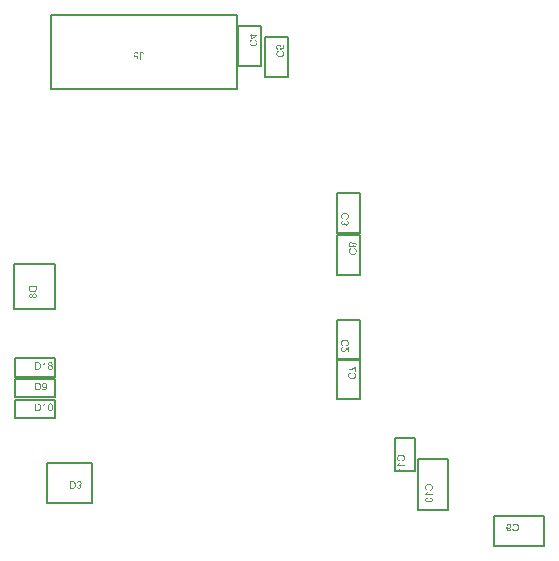
<source format=gbr>
%TF.GenerationSoftware,Altium Limited,Altium Designer,21.6.4 (81)*%
G04 Layer_Color=8388736*
%FSLAX43Y43*%
%MOMM*%
%TF.SameCoordinates,EF7AACBD-433E-4B6D-8733-A8E214C0EB56*%
%TF.FilePolarity,Positive*%
%TF.FileFunction,Other,Mechanical_10*%
%TF.Part,Single*%
G01*
G75*
%TA.AperFunction,NonConductor*%
%ADD60C,0.200*%
G36*
X26535Y16149D02*
X26550Y16147D01*
X26566Y16144D01*
X26581Y16140D01*
X26595Y16136D01*
X26607Y16131D01*
X26619Y16126D01*
X26629Y16120D01*
X26639Y16115D01*
X26647Y16110D01*
X26655Y16105D01*
X26660Y16101D01*
X26665Y16097D01*
X26669Y16094D01*
X26670Y16092D01*
X26671Y16091D01*
X26682Y16080D01*
X26692Y16068D01*
X26700Y16056D01*
X26707Y16044D01*
X26713Y16033D01*
X26719Y16021D01*
X26726Y15999D01*
X26728Y15989D01*
X26730Y15980D01*
X26731Y15971D01*
X26732Y15964D01*
X26733Y15958D01*
Y15954D01*
Y15951D01*
Y15950D01*
X26732Y15928D01*
X26729Y15907D01*
X26723Y15890D01*
X26718Y15875D01*
X26712Y15863D01*
X26707Y15854D01*
X26703Y15848D01*
X26702Y15846D01*
X26689Y15833D01*
X26675Y15821D01*
X26660Y15811D01*
X26645Y15804D01*
X26633Y15798D01*
X26622Y15795D01*
X26619Y15794D01*
X26616Y15793D01*
X26614Y15792D01*
X26613D01*
X26629Y15784D01*
X26642Y15775D01*
X26653Y15766D01*
X26662Y15758D01*
X26670Y15750D01*
X26675Y15744D01*
X26678Y15740D01*
X26679Y15738D01*
X26686Y15725D01*
X26692Y15712D01*
X26696Y15699D01*
X26699Y15687D01*
X26701Y15677D01*
X26702Y15670D01*
Y15664D01*
Y15662D01*
X26701Y15647D01*
X26698Y15631D01*
X26694Y15617D01*
X26690Y15605D01*
X26685Y15595D01*
X26682Y15587D01*
X26679Y15582D01*
X26678Y15580D01*
X26669Y15566D01*
X26658Y15554D01*
X26646Y15544D01*
X26635Y15535D01*
X26626Y15528D01*
X26618Y15523D01*
X26612Y15520D01*
X26611Y15519D01*
X26610D01*
X26594Y15512D01*
X26577Y15506D01*
X26560Y15502D01*
X26546Y15499D01*
X26534Y15497D01*
X26523Y15496D01*
X26500D01*
X26487Y15498D01*
X26462Y15502D01*
X26441Y15510D01*
X26423Y15517D01*
X26414Y15522D01*
X26408Y15526D01*
X26401Y15529D01*
X26397Y15533D01*
X26393Y15536D01*
X26390Y15538D01*
X26388Y15539D01*
X26388Y15539D01*
X26370Y15557D01*
X26356Y15576D01*
X26345Y15597D01*
X26336Y15617D01*
X26330Y15635D01*
X26327Y15642D01*
X26326Y15649D01*
X26325Y15654D01*
X26324Y15658D01*
X26323Y15661D01*
Y15661D01*
X26401Y15675D01*
X26405Y15655D01*
X26411Y15637D01*
X26417Y15623D01*
X26424Y15611D01*
X26430Y15601D01*
X26436Y15595D01*
X26439Y15590D01*
X26440Y15589D01*
X26452Y15580D01*
X26465Y15573D01*
X26477Y15568D01*
X26489Y15564D01*
X26500Y15563D01*
X26509Y15561D01*
X26516D01*
X26533Y15562D01*
X26547Y15565D01*
X26560Y15570D01*
X26572Y15575D01*
X26580Y15580D01*
X26586Y15585D01*
X26591Y15588D01*
X26592Y15589D01*
X26602Y15600D01*
X26609Y15612D01*
X26614Y15625D01*
X26618Y15636D01*
X26620Y15646D01*
X26621Y15653D01*
Y15659D01*
Y15660D01*
Y15661D01*
Y15671D01*
X26620Y15680D01*
X26615Y15696D01*
X26608Y15710D01*
X26601Y15722D01*
X26594Y15730D01*
X26587Y15736D01*
X26583Y15740D01*
X26582Y15741D01*
X26581D01*
X26565Y15749D01*
X26550Y15756D01*
X26535Y15760D01*
X26521Y15763D01*
X26509Y15765D01*
X26498Y15767D01*
X26486D01*
X26483Y15766D01*
X26478D01*
X26469Y15835D01*
X26481Y15833D01*
X26492Y15831D01*
X26501Y15829D01*
X26510Y15828D01*
X26516Y15827D01*
X26524D01*
X26544Y15829D01*
X26561Y15833D01*
X26577Y15838D01*
X26590Y15845D01*
X26600Y15851D01*
X26608Y15857D01*
X26612Y15860D01*
X26614Y15862D01*
X26626Y15876D01*
X26635Y15891D01*
X26642Y15906D01*
X26645Y15920D01*
X26648Y15932D01*
X26649Y15943D01*
X26650Y15946D01*
Y15949D01*
Y15951D01*
Y15952D01*
X26648Y15972D01*
X26644Y15991D01*
X26638Y16006D01*
X26631Y16020D01*
X26623Y16031D01*
X26618Y16040D01*
X26613Y16045D01*
X26611Y16047D01*
X26596Y16060D01*
X26581Y16069D01*
X26565Y16076D01*
X26550Y16080D01*
X26537Y16083D01*
X26527Y16084D01*
X26523Y16085D01*
X26518D01*
X26501Y16084D01*
X26486Y16080D01*
X26472Y16076D01*
X26461Y16070D01*
X26451Y16066D01*
X26444Y16061D01*
X26440Y16057D01*
X26438Y16056D01*
X26427Y16043D01*
X26418Y16029D01*
X26410Y16013D01*
X26403Y15996D01*
X26399Y15982D01*
X26397Y15976D01*
X26396Y15970D01*
X26395Y15966D01*
X26394Y15962D01*
X26393Y15960D01*
Y15959D01*
X26314Y15969D01*
X26316Y15984D01*
X26319Y15998D01*
X26327Y16024D01*
X26338Y16046D01*
X26343Y16055D01*
X26349Y16065D01*
X26354Y16073D01*
X26360Y16079D01*
X26364Y16086D01*
X26369Y16090D01*
X26372Y16094D01*
X26375Y16097D01*
X26376Y16099D01*
X26377Y16100D01*
X26388Y16108D01*
X26400Y16116D01*
X26411Y16123D01*
X26423Y16128D01*
X26446Y16138D01*
X26468Y16143D01*
X26478Y16145D01*
X26487Y16147D01*
X26496Y16148D01*
X26503Y16149D01*
X26509Y16150D01*
X26517D01*
X26535Y16149D01*
D02*
G37*
G36*
X25952Y16138D02*
X25971Y16137D01*
X25989Y16135D01*
X26004Y16133D01*
X26017Y16131D01*
X26026Y16130D01*
X26029Y16129D01*
X26032Y16128D01*
X26033D01*
X26050Y16124D01*
X26065Y16118D01*
X26078Y16114D01*
X26089Y16108D01*
X26098Y16103D01*
X26105Y16100D01*
X26108Y16097D01*
X26110Y16096D01*
X26122Y16088D01*
X26132Y16078D01*
X26143Y16068D01*
X26151Y16059D01*
X26158Y16051D01*
X26164Y16044D01*
X26167Y16040D01*
X26168Y16038D01*
X26178Y16023D01*
X26187Y16007D01*
X26194Y15992D01*
X26200Y15978D01*
X26205Y15965D01*
X26209Y15955D01*
X26210Y15951D01*
X26211Y15948D01*
X26212Y15946D01*
Y15945D01*
X26217Y15923D01*
X26222Y15901D01*
X26225Y15880D01*
X26228Y15859D01*
X26229Y15842D01*
Y15834D01*
X26229Y15828D01*
Y15823D01*
Y15819D01*
Y15817D01*
Y15816D01*
X26229Y15784D01*
X26226Y15756D01*
X26221Y15730D01*
X26219Y15718D01*
X26216Y15708D01*
X26214Y15698D01*
X26212Y15689D01*
X26210Y15682D01*
X26207Y15675D01*
X26206Y15670D01*
X26204Y15666D01*
X26204Y15664D01*
Y15663D01*
X26193Y15639D01*
X26181Y15618D01*
X26168Y15600D01*
X26156Y15584D01*
X26145Y15571D01*
X26136Y15562D01*
X26132Y15559D01*
X26130Y15556D01*
X26129Y15555D01*
X26128Y15554D01*
X26113Y15542D01*
X26097Y15533D01*
X26081Y15525D01*
X26067Y15518D01*
X26054Y15514D01*
X26044Y15511D01*
X26040Y15509D01*
X26037D01*
X26035Y15508D01*
X26034D01*
X26019Y15505D01*
X26000Y15502D01*
X25982Y15501D01*
X25963Y15500D01*
X25947Y15499D01*
X25701D01*
Y16139D01*
X25931D01*
X25952Y16138D01*
D02*
G37*
G36*
X23583Y24467D02*
X23588D01*
X23594Y24467D01*
X23610Y24464D01*
X23627Y24460D01*
X23647Y24454D01*
X23666Y24445D01*
X23686Y24434D01*
X23687D01*
X23688Y24432D01*
X23690Y24431D01*
X23694Y24428D01*
X23703Y24420D01*
X23715Y24410D01*
X23727Y24396D01*
X23741Y24380D01*
X23753Y24360D01*
X23764Y24338D01*
Y24337D01*
X23765Y24335D01*
X23767Y24332D01*
X23769Y24327D01*
X23771Y24320D01*
X23774Y24312D01*
X23775Y24303D01*
X23778Y24293D01*
X23781Y24281D01*
X23784Y24267D01*
X23786Y24252D01*
X23787Y24236D01*
X23789Y24219D01*
X23791Y24200D01*
X23792Y24180D01*
Y24159D01*
Y24158D01*
Y24153D01*
Y24147D01*
Y24138D01*
X23791Y24128D01*
Y24116D01*
X23790Y24102D01*
X23788Y24088D01*
X23786Y24057D01*
X23781Y24024D01*
X23774Y23992D01*
X23770Y23977D01*
X23765Y23963D01*
Y23962D01*
X23764Y23960D01*
X23762Y23956D01*
X23761Y23951D01*
X23758Y23945D01*
X23754Y23938D01*
X23745Y23922D01*
X23734Y23904D01*
X23721Y23886D01*
X23704Y23868D01*
X23686Y23853D01*
X23685D01*
X23683Y23851D01*
X23680Y23849D01*
X23676Y23847D01*
X23671Y23844D01*
X23665Y23841D01*
X23658Y23837D01*
X23651Y23834D01*
X23633Y23827D01*
X23612Y23820D01*
X23589Y23817D01*
X23563Y23815D01*
X23555D01*
X23551Y23816D01*
X23544D01*
X23537Y23817D01*
X23519Y23820D01*
X23500Y23825D01*
X23480Y23832D01*
X23459Y23842D01*
X23449Y23849D01*
X23440Y23856D01*
X23439Y23857D01*
X23438Y23858D01*
X23435Y23861D01*
X23432Y23864D01*
X23429Y23868D01*
X23424Y23874D01*
X23415Y23887D01*
X23406Y23904D01*
X23396Y23924D01*
X23389Y23947D01*
X23383Y23974D01*
X23459Y23980D01*
Y23979D01*
X23460Y23977D01*
Y23976D01*
X23461Y23972D01*
X23464Y23962D01*
X23468Y23951D01*
X23472Y23938D01*
X23479Y23925D01*
X23486Y23913D01*
X23495Y23903D01*
X23496Y23902D01*
X23500Y23899D01*
X23506Y23895D01*
X23514Y23891D01*
X23524Y23887D01*
X23536Y23883D01*
X23550Y23880D01*
X23565Y23879D01*
X23571D01*
X23578Y23880D01*
X23586Y23881D01*
X23596Y23883D01*
X23606Y23886D01*
X23617Y23890D01*
X23627Y23895D01*
X23628Y23896D01*
X23632Y23898D01*
X23638Y23902D01*
X23643Y23907D01*
X23651Y23914D01*
X23658Y23921D01*
X23665Y23929D01*
X23673Y23940D01*
X23674Y23941D01*
X23676Y23945D01*
X23679Y23952D01*
X23683Y23960D01*
X23688Y23971D01*
X23692Y23984D01*
X23697Y23999D01*
X23701Y24015D01*
Y24016D01*
X23702Y24017D01*
Y24020D01*
X23703Y24024D01*
X23705Y24033D01*
X23708Y24045D01*
X23710Y24060D01*
X23712Y24075D01*
X23713Y24093D01*
X23713Y24112D01*
Y24112D01*
Y24115D01*
Y24120D01*
Y24127D01*
X23713Y24125D01*
X23709Y24121D01*
X23703Y24114D01*
X23697Y24105D01*
X23688Y24096D01*
X23676Y24086D01*
X23664Y24075D01*
X23649Y24066D01*
X23647Y24065D01*
X23641Y24063D01*
X23633Y24059D01*
X23623Y24055D01*
X23609Y24051D01*
X23594Y24047D01*
X23578Y24044D01*
X23560Y24043D01*
X23553D01*
X23547Y24044D01*
X23540Y24045D01*
X23532Y24046D01*
X23523Y24048D01*
X23514Y24051D01*
X23493Y24057D01*
X23481Y24062D01*
X23470Y24067D01*
X23458Y24074D01*
X23447Y24082D01*
X23436Y24090D01*
X23426Y24100D01*
X23425Y24101D01*
X23423Y24103D01*
X23421Y24106D01*
X23418Y24111D01*
X23413Y24117D01*
X23408Y24124D01*
X23404Y24132D01*
X23399Y24141D01*
X23394Y24151D01*
X23389Y24162D01*
X23384Y24175D01*
X23380Y24188D01*
X23376Y24203D01*
X23374Y24219D01*
X23372Y24235D01*
X23371Y24252D01*
Y24253D01*
Y24257D01*
Y24261D01*
X23372Y24268D01*
X23373Y24276D01*
X23374Y24286D01*
X23376Y24296D01*
X23379Y24308D01*
X23385Y24333D01*
X23390Y24345D01*
X23395Y24359D01*
X23402Y24372D01*
X23410Y24384D01*
X23419Y24397D01*
X23429Y24408D01*
X23430Y24409D01*
X23431Y24411D01*
X23434Y24414D01*
X23439Y24418D01*
X23444Y24422D01*
X23452Y24428D01*
X23459Y24432D01*
X23468Y24439D01*
X23478Y24444D01*
X23489Y24449D01*
X23514Y24459D01*
X23527Y24463D01*
X23542Y24466D01*
X23556Y24467D01*
X23572Y24468D01*
X23578D01*
X23583Y24467D01*
D02*
G37*
G36*
X23021Y24465D02*
X23039Y24464D01*
X23058Y24462D01*
X23076Y24459D01*
X23092Y24456D01*
X23093D01*
X23095Y24455D01*
X23098D01*
X23101Y24454D01*
X23112Y24451D01*
X23125Y24446D01*
X23139Y24440D01*
X23155Y24431D01*
X23171Y24422D01*
X23186Y24410D01*
X23186Y24409D01*
X23187Y24408D01*
X23190Y24406D01*
X23194Y24403D01*
X23203Y24394D01*
X23214Y24381D01*
X23226Y24365D01*
X23239Y24346D01*
X23251Y24325D01*
X23261Y24301D01*
Y24300D01*
X23262Y24298D01*
X23264Y24295D01*
X23265Y24289D01*
X23268Y24283D01*
X23270Y24275D01*
X23272Y24267D01*
X23274Y24257D01*
X23277Y24247D01*
X23279Y24235D01*
X23284Y24209D01*
X23286Y24180D01*
X23287Y24149D01*
Y24148D01*
Y24146D01*
Y24141D01*
Y24136D01*
X23286Y24130D01*
Y24123D01*
X23285Y24105D01*
X23283Y24085D01*
X23280Y24063D01*
X23275Y24041D01*
X23270Y24019D01*
Y24018D01*
X23269Y24016D01*
X23268Y24014D01*
X23267Y24010D01*
X23263Y24000D01*
X23258Y23987D01*
X23252Y23972D01*
X23245Y23957D01*
X23235Y23941D01*
X23226Y23927D01*
X23225Y23925D01*
X23222Y23920D01*
X23216Y23914D01*
X23209Y23905D01*
X23200Y23896D01*
X23190Y23887D01*
X23180Y23877D01*
X23168Y23868D01*
X23166Y23867D01*
X23162Y23865D01*
X23156Y23861D01*
X23147Y23856D01*
X23136Y23851D01*
X23123Y23846D01*
X23108Y23841D01*
X23091Y23836D01*
X23089D01*
X23087Y23835D01*
X23084Y23834D01*
X23075Y23833D01*
X23062Y23831D01*
X23047Y23830D01*
X23029Y23828D01*
X23010Y23827D01*
X22989Y23826D01*
X22758D01*
Y24466D01*
X23004D01*
X23021Y24465D01*
D02*
G37*
G36*
X23667Y22073D02*
X23589D01*
Y22573D01*
X23588Y22573D01*
X23583Y22569D01*
X23578Y22563D01*
X23568Y22557D01*
X23558Y22548D01*
X23545Y22539D01*
X23530Y22529D01*
X23514Y22519D01*
X23513D01*
X23512Y22518D01*
X23506Y22514D01*
X23497Y22510D01*
X23486Y22504D01*
X23473Y22498D01*
X23459Y22491D01*
X23445Y22485D01*
X23431Y22479D01*
Y22555D01*
X23432D01*
X23434Y22557D01*
X23438Y22558D01*
X23443Y22560D01*
X23448Y22563D01*
X23455Y22567D01*
X23470Y22576D01*
X23489Y22586D01*
X23507Y22599D01*
X23527Y22614D01*
X23546Y22630D01*
X23547Y22631D01*
X23548Y22632D01*
X23551Y22634D01*
X23554Y22637D01*
X23563Y22646D01*
X23574Y22658D01*
X23585Y22671D01*
X23597Y22685D01*
X23607Y22700D01*
X23616Y22716D01*
X23667D01*
Y22073D01*
D02*
G37*
G36*
X23021Y22712D02*
X23039Y22711D01*
X23058Y22709D01*
X23076Y22707D01*
X23092Y22704D01*
X23093D01*
X23095Y22703D01*
X23098D01*
X23101Y22701D01*
X23112Y22698D01*
X23125Y22694D01*
X23139Y22687D01*
X23155Y22679D01*
X23171Y22670D01*
X23186Y22658D01*
X23186Y22657D01*
X23187Y22656D01*
X23190Y22653D01*
X23194Y22650D01*
X23203Y22641D01*
X23214Y22628D01*
X23226Y22612D01*
X23239Y22594D01*
X23251Y22573D01*
X23261Y22548D01*
Y22548D01*
X23262Y22546D01*
X23264Y22542D01*
X23265Y22536D01*
X23268Y22530D01*
X23270Y22523D01*
X23272Y22514D01*
X23274Y22504D01*
X23277Y22494D01*
X23279Y22482D01*
X23284Y22456D01*
X23286Y22427D01*
X23287Y22396D01*
Y22395D01*
Y22393D01*
Y22389D01*
Y22384D01*
X23286Y22377D01*
Y22370D01*
X23285Y22352D01*
X23283Y22332D01*
X23280Y22311D01*
X23275Y22289D01*
X23270Y22266D01*
Y22266D01*
X23269Y22264D01*
X23268Y22261D01*
X23267Y22257D01*
X23263Y22247D01*
X23258Y22234D01*
X23252Y22219D01*
X23245Y22205D01*
X23235Y22189D01*
X23226Y22174D01*
X23225Y22172D01*
X23222Y22168D01*
X23216Y22161D01*
X23209Y22153D01*
X23200Y22144D01*
X23190Y22134D01*
X23180Y22124D01*
X23168Y22116D01*
X23166Y22115D01*
X23162Y22112D01*
X23156Y22108D01*
X23147Y22104D01*
X23136Y22098D01*
X23123Y22094D01*
X23108Y22088D01*
X23091Y22083D01*
X23089D01*
X23087Y22083D01*
X23084Y22082D01*
X23075Y22081D01*
X23062Y22079D01*
X23047Y22077D01*
X23029Y22075D01*
X23010Y22074D01*
X22989Y22073D01*
X22758D01*
Y22713D01*
X23004D01*
X23021Y22712D01*
D02*
G37*
G36*
X24096Y22715D02*
X24108Y22713D01*
X24122Y22710D01*
X24137Y22707D01*
X24153Y22702D01*
X24167Y22695D01*
X24168D01*
X24169Y22694D01*
X24174Y22691D01*
X24181Y22686D01*
X24191Y22680D01*
X24201Y22671D01*
X24212Y22660D01*
X24222Y22648D01*
X24232Y22634D01*
X24233Y22633D01*
X24237Y22628D01*
X24240Y22620D01*
X24247Y22608D01*
X24252Y22594D01*
X24260Y22578D01*
X24266Y22560D01*
X24272Y22539D01*
Y22538D01*
X24273Y22536D01*
X24274Y22534D01*
X24275Y22529D01*
X24276Y22524D01*
X24277Y22517D01*
X24278Y22509D01*
X24279Y22499D01*
X24281Y22489D01*
X24282Y22478D01*
X24283Y22465D01*
X24285Y22452D01*
X24286Y22438D01*
Y22423D01*
X24287Y22406D01*
Y22389D01*
Y22388D01*
Y22384D01*
Y22377D01*
Y22370D01*
X24286Y22360D01*
Y22349D01*
X24285Y22337D01*
X24284Y22324D01*
X24281Y22294D01*
X24277Y22264D01*
X24271Y22234D01*
X24267Y22220D01*
X24263Y22206D01*
Y22205D01*
X24262Y22204D01*
X24260Y22200D01*
X24258Y22195D01*
X24256Y22189D01*
X24252Y22182D01*
X24245Y22167D01*
X24236Y22150D01*
X24224Y22132D01*
X24210Y22115D01*
X24193Y22099D01*
X24192D01*
X24191Y22097D01*
X24189Y22095D01*
X24185Y22094D01*
X24180Y22091D01*
X24176Y22087D01*
X24162Y22081D01*
X24145Y22074D01*
X24126Y22068D01*
X24103Y22064D01*
X24078Y22062D01*
X24069D01*
X24062Y22063D01*
X24055Y22064D01*
X24045Y22066D01*
X24035Y22068D01*
X24024Y22070D01*
X24013Y22074D01*
X24001Y22078D01*
X23989Y22083D01*
X23977Y22090D01*
X23965Y22097D01*
X23953Y22107D01*
X23942Y22117D01*
X23932Y22128D01*
X23931Y22129D01*
X23929Y22132D01*
X23926Y22136D01*
X23921Y22144D01*
X23917Y22152D01*
X23912Y22163D01*
X23906Y22176D01*
X23900Y22191D01*
X23895Y22207D01*
X23889Y22227D01*
X23884Y22248D01*
X23879Y22272D01*
X23874Y22298D01*
X23872Y22326D01*
X23870Y22356D01*
X23869Y22389D01*
Y22389D01*
Y22393D01*
Y22400D01*
Y22407D01*
X23870Y22417D01*
Y22428D01*
X23871Y22440D01*
X23872Y22454D01*
X23874Y22483D01*
X23879Y22513D01*
X23885Y22544D01*
X23888Y22558D01*
X23892Y22572D01*
Y22573D01*
X23893Y22574D01*
X23895Y22578D01*
X23897Y22583D01*
X23898Y22589D01*
X23902Y22596D01*
X23909Y22611D01*
X23919Y22628D01*
X23931Y22646D01*
X23945Y22663D01*
X23961Y22678D01*
X23962D01*
X23963Y22680D01*
X23966Y22682D01*
X23970Y22683D01*
X23974Y22687D01*
X23980Y22690D01*
X23994Y22697D01*
X24010Y22704D01*
X24030Y22710D01*
X24053Y22714D01*
X24078Y22716D01*
X24086D01*
X24096Y22715D01*
D02*
G37*
G36*
X41181Y53927D02*
X41596D01*
Y53863D01*
X41181Y53570D01*
X41109D01*
Y53848D01*
X40956D01*
Y53927D01*
X41109D01*
Y54014D01*
X41181D01*
Y53927D01*
D02*
G37*
G36*
X41180Y53440D02*
X41165Y53436D01*
X41151Y53431D01*
X41138Y53427D01*
X41126Y53422D01*
X41115Y53417D01*
X41106Y53411D01*
X41096Y53405D01*
X41088Y53399D01*
X41081Y53394D01*
X41075Y53389D01*
X41070Y53384D01*
X41065Y53381D01*
X41062Y53377D01*
X41059Y53374D01*
X41059Y53373D01*
X41058Y53372D01*
X41050Y53363D01*
X41045Y53353D01*
X41034Y53333D01*
X41027Y53313D01*
X41022Y53294D01*
X41019Y53277D01*
X41018Y53271D01*
Y53264D01*
X41017Y53259D01*
Y53252D01*
X41018Y53231D01*
X41022Y53210D01*
X41026Y53192D01*
X41032Y53175D01*
X41037Y53162D01*
X41040Y53157D01*
X41042Y53152D01*
X41044Y53149D01*
X41046Y53146D01*
X41046Y53144D01*
Y53143D01*
X41059Y53125D01*
X41073Y53111D01*
X41089Y53098D01*
X41104Y53088D01*
X41117Y53079D01*
X41128Y53074D01*
X41132Y53072D01*
X41135Y53070D01*
X41137Y53069D01*
X41138D01*
X41162Y53062D01*
X41186Y53056D01*
X41210Y53051D01*
X41232Y53049D01*
X41242Y53048D01*
X41252Y53047D01*
X41260D01*
X41267Y53046D01*
X41272D01*
X41277D01*
X41279D01*
X41280D01*
X41304Y53047D01*
X41327Y53049D01*
X41347Y53052D01*
X41365Y53056D01*
X41381Y53059D01*
X41388Y53061D01*
X41393Y53063D01*
X41398Y53063D01*
X41401Y53064D01*
X41402Y53065D01*
X41403D01*
X41425Y53075D01*
X41444Y53085D01*
X41460Y53096D01*
X41474Y53108D01*
X41485Y53118D01*
X41492Y53126D01*
X41497Y53133D01*
X41499Y53134D01*
Y53135D01*
X41511Y53154D01*
X41520Y53175D01*
X41526Y53196D01*
X41530Y53215D01*
X41533Y53233D01*
X41534Y53240D01*
Y53247D01*
X41535Y53251D01*
Y53259D01*
X41534Y53282D01*
X41530Y53303D01*
X41524Y53320D01*
X41519Y53336D01*
X41512Y53348D01*
X41508Y53357D01*
X41504Y53363D01*
X41502Y53365D01*
X41488Y53380D01*
X41473Y53394D01*
X41456Y53405D01*
X41439Y53414D01*
X41425Y53421D01*
X41417Y53424D01*
X41412Y53426D01*
X41407Y53428D01*
X41403Y53430D01*
X41402Y53431D01*
X41401D01*
X41420Y53514D01*
X41437Y53508D01*
X41451Y53503D01*
X41465Y53495D01*
X41479Y53489D01*
X41491Y53481D01*
X41502Y53473D01*
X41513Y53466D01*
X41523Y53458D01*
X41530Y53451D01*
X41537Y53444D01*
X41544Y53438D01*
X41549Y53433D01*
X41553Y53429D01*
X41556Y53425D01*
X41557Y53423D01*
X41558Y53422D01*
X41566Y53409D01*
X41574Y53396D01*
X41581Y53383D01*
X41586Y53369D01*
X41595Y53342D01*
X41600Y53317D01*
X41603Y53305D01*
X41604Y53295D01*
X41605Y53284D01*
X41606Y53276D01*
X41607Y53270D01*
Y53260D01*
X41605Y53230D01*
X41600Y53200D01*
X41595Y53174D01*
X41591Y53162D01*
X41587Y53151D01*
X41584Y53141D01*
X41580Y53132D01*
X41577Y53124D01*
X41574Y53117D01*
X41572Y53112D01*
X41570Y53109D01*
X41569Y53106D01*
X41568Y53105D01*
X41552Y53080D01*
X41534Y53059D01*
X41515Y53040D01*
X41497Y53025D01*
X41480Y53013D01*
X41473Y53008D01*
X41466Y53004D01*
X41462Y53001D01*
X41458Y52999D01*
X41455Y52998D01*
X41454Y52997D01*
X41426Y52984D01*
X41396Y52975D01*
X41366Y52968D01*
X41340Y52964D01*
X41328Y52962D01*
X41316Y52961D01*
X41306Y52960D01*
X41297D01*
X41291Y52959D01*
X41285D01*
X41281D01*
X41280D01*
X41247Y52961D01*
X41215Y52965D01*
X41186Y52969D01*
X41172Y52973D01*
X41160Y52976D01*
X41149Y52978D01*
X41139Y52982D01*
X41130Y52985D01*
X41122Y52987D01*
X41117Y52989D01*
X41112Y52990D01*
X41109Y52992D01*
X41108D01*
X41081Y53006D01*
X41056Y53022D01*
X41034Y53039D01*
X41026Y53047D01*
X41018Y53054D01*
X41010Y53062D01*
X41004Y53069D01*
X40998Y53075D01*
X40995Y53081D01*
X40991Y53085D01*
X40988Y53088D01*
X40987Y53090D01*
X40986Y53091D01*
X40979Y53104D01*
X40973Y53117D01*
X40962Y53145D01*
X40955Y53173D01*
X40950Y53199D01*
X40948Y53212D01*
X40947Y53223D01*
X40946Y53234D01*
Y53242D01*
X40945Y53249D01*
Y53259D01*
X40946Y53278D01*
X40948Y53296D01*
X40949Y53312D01*
X40953Y53328D01*
X40958Y53343D01*
X40962Y53357D01*
X40967Y53369D01*
X40973Y53382D01*
X40977Y53392D01*
X40982Y53402D01*
X40986Y53409D01*
X40991Y53417D01*
X40995Y53421D01*
X40997Y53426D01*
X40998Y53428D01*
X40999Y53429D01*
X41010Y53442D01*
X41022Y53453D01*
X41034Y53463D01*
X41047Y53473D01*
X41073Y53490D01*
X41099Y53503D01*
X41111Y53508D01*
X41122Y53513D01*
X41132Y53516D01*
X41141Y53519D01*
X41148Y53522D01*
X41154Y53524D01*
X41157Y53525D01*
X41158D01*
X41180Y53440D01*
D02*
G37*
G36*
X43449Y53093D02*
X43465Y53091D01*
X43481Y53088D01*
X43495Y53084D01*
X43508Y53080D01*
X43521Y53075D01*
X43532Y53069D01*
X43542Y53065D01*
X43551Y53059D01*
X43559Y53054D01*
X43566Y53049D01*
X43572Y53045D01*
X43577Y53041D01*
X43580Y53038D01*
X43582Y53036D01*
X43583Y53035D01*
X43593Y53024D01*
X43602Y53013D01*
X43609Y53001D01*
X43616Y52989D01*
X43622Y52977D01*
X43627Y52965D01*
X43633Y52943D01*
X43636Y52933D01*
X43638Y52923D01*
X43639Y52915D01*
X43640Y52908D01*
X43641Y52902D01*
Y52882D01*
X43639Y52871D01*
X43634Y52849D01*
X43628Y52828D01*
X43621Y52810D01*
X43613Y52795D01*
X43609Y52788D01*
X43607Y52783D01*
X43604Y52778D01*
X43602Y52775D01*
X43601Y52774D01*
X43600Y52773D01*
X43773Y52807D01*
Y53063D01*
X43848D01*
Y52745D01*
X43519Y52683D01*
X43509Y52757D01*
X43519Y52763D01*
X43527Y52772D01*
X43535Y52779D01*
X43542Y52787D01*
X43547Y52794D01*
X43551Y52800D01*
X43553Y52803D01*
X43554Y52804D01*
X43559Y52816D01*
X43564Y52828D01*
X43567Y52839D01*
X43570Y52850D01*
X43571Y52860D01*
X43572Y52867D01*
Y52885D01*
X43570Y52896D01*
X43565Y52915D01*
X43559Y52932D01*
X43552Y52947D01*
X43545Y52958D01*
X43538Y52966D01*
X43534Y52971D01*
X43533Y52972D01*
X43532D01*
X43516Y52985D01*
X43499Y52995D01*
X43482Y53001D01*
X43464Y53006D01*
X43449Y53008D01*
X43443Y53009D01*
X43437D01*
X43433Y53010D01*
X43429D01*
X43427D01*
X43426D01*
X43413D01*
X43401Y53008D01*
X43378Y53004D01*
X43359Y52997D01*
X43343Y52991D01*
X43330Y52984D01*
X43320Y52977D01*
X43317Y52974D01*
X43314Y52972D01*
X43314Y52971D01*
X43313Y52971D01*
X43305Y52963D01*
X43299Y52956D01*
X43288Y52939D01*
X43280Y52923D01*
X43276Y52908D01*
X43272Y52895D01*
X43271Y52884D01*
X43270Y52880D01*
Y52874D01*
X43271Y52857D01*
X43275Y52841D01*
X43279Y52827D01*
X43285Y52816D01*
X43290Y52806D01*
X43295Y52799D01*
X43299Y52795D01*
X43300Y52793D01*
X43313Y52782D01*
X43326Y52773D01*
X43342Y52765D01*
X43356Y52760D01*
X43370Y52756D01*
X43380Y52753D01*
X43385Y52752D01*
X43388Y52751D01*
X43389D01*
X43390D01*
X43384Y52669D01*
X43369Y52671D01*
X43355Y52674D01*
X43329Y52682D01*
X43307Y52692D01*
X43297Y52698D01*
X43289Y52703D01*
X43280Y52708D01*
X43273Y52714D01*
X43267Y52718D01*
X43263Y52723D01*
X43259Y52726D01*
X43255Y52728D01*
X43254Y52730D01*
X43253Y52731D01*
X43245Y52742D01*
X43238Y52753D01*
X43231Y52765D01*
X43226Y52777D01*
X43217Y52800D01*
X43212Y52824D01*
X43209Y52834D01*
X43208Y52844D01*
X43207Y52852D01*
X43206Y52860D01*
X43205Y52866D01*
Y52874D01*
X43206Y52894D01*
X43209Y52912D01*
X43213Y52930D01*
X43217Y52946D01*
X43224Y52960D01*
X43230Y52974D01*
X43237Y52987D01*
X43244Y52998D01*
X43252Y53008D01*
X43258Y53018D01*
X43265Y53025D01*
X43271Y53032D01*
X43276Y53036D01*
X43279Y53040D01*
X43282Y53042D01*
X43283Y53043D01*
X43295Y53052D01*
X43308Y53059D01*
X43320Y53067D01*
X43333Y53072D01*
X43358Y53082D01*
X43382Y53087D01*
X43392Y53089D01*
X43402Y53091D01*
X43411Y53092D01*
X43418Y53093D01*
X43425Y53094D01*
X43429D01*
X43432D01*
X43433D01*
X43449Y53093D01*
D02*
G37*
G36*
X43440Y52512D02*
X43425Y52508D01*
X43412Y52504D01*
X43399Y52499D01*
X43387Y52494D01*
X43376Y52489D01*
X43366Y52483D01*
X43357Y52477D01*
X43349Y52471D01*
X43341Y52467D01*
X43336Y52461D01*
X43330Y52457D01*
X43326Y52453D01*
X43323Y52449D01*
X43320Y52446D01*
X43319Y52445D01*
X43318Y52444D01*
X43311Y52435D01*
X43305Y52425D01*
X43295Y52405D01*
X43288Y52385D01*
X43283Y52366D01*
X43279Y52349D01*
X43278Y52343D01*
Y52336D01*
X43278Y52331D01*
Y52324D01*
X43278Y52303D01*
X43282Y52283D01*
X43287Y52264D01*
X43292Y52248D01*
X43298Y52235D01*
X43301Y52229D01*
X43302Y52224D01*
X43304Y52221D01*
X43306Y52218D01*
X43307Y52216D01*
Y52215D01*
X43320Y52198D01*
X43334Y52183D01*
X43350Y52170D01*
X43364Y52160D01*
X43377Y52151D01*
X43388Y52146D01*
X43393Y52144D01*
X43396Y52142D01*
X43398Y52141D01*
X43399D01*
X43423Y52134D01*
X43447Y52128D01*
X43471Y52124D01*
X43493Y52121D01*
X43503Y52120D01*
X43512Y52119D01*
X43521D01*
X43527Y52118D01*
X43533D01*
X43537D01*
X43540D01*
X43541D01*
X43565Y52119D01*
X43587Y52121D01*
X43608Y52125D01*
X43626Y52128D01*
X43642Y52131D01*
X43648Y52133D01*
X43654Y52135D01*
X43658Y52136D01*
X43661Y52137D01*
X43663Y52138D01*
X43664D01*
X43685Y52147D01*
X43705Y52157D01*
X43720Y52168D01*
X43734Y52180D01*
X43745Y52190D01*
X43753Y52199D01*
X43757Y52205D01*
X43759Y52206D01*
Y52207D01*
X43771Y52226D01*
X43780Y52248D01*
X43787Y52268D01*
X43791Y52287D01*
X43793Y52305D01*
X43794Y52312D01*
Y52319D01*
X43795Y52323D01*
Y52331D01*
X43794Y52354D01*
X43791Y52375D01*
X43785Y52393D01*
X43780Y52408D01*
X43773Y52420D01*
X43768Y52430D01*
X43765Y52435D01*
X43763Y52437D01*
X43749Y52452D01*
X43733Y52466D01*
X43717Y52477D01*
X43700Y52486D01*
X43685Y52493D01*
X43678Y52496D01*
X43672Y52498D01*
X43668Y52500D01*
X43664Y52502D01*
X43662Y52503D01*
X43661D01*
X43681Y52586D01*
X43697Y52580D01*
X43712Y52575D01*
X43726Y52567D01*
X43740Y52561D01*
X43752Y52554D01*
X43763Y52545D01*
X43774Y52538D01*
X43783Y52530D01*
X43791Y52523D01*
X43798Y52517D01*
X43805Y52510D01*
X43809Y52506D01*
X43814Y52501D01*
X43817Y52497D01*
X43817Y52495D01*
X43818Y52494D01*
X43827Y52481D01*
X43835Y52469D01*
X43841Y52456D01*
X43847Y52442D01*
X43855Y52414D01*
X43861Y52389D01*
X43864Y52377D01*
X43865Y52367D01*
X43866Y52357D01*
X43866Y52348D01*
X43867Y52342D01*
Y52333D01*
X43866Y52302D01*
X43861Y52273D01*
X43855Y52247D01*
X43852Y52235D01*
X43848Y52224D01*
X43844Y52213D01*
X43841Y52204D01*
X43838Y52197D01*
X43835Y52189D01*
X43832Y52185D01*
X43830Y52181D01*
X43829Y52178D01*
X43829Y52177D01*
X43813Y52152D01*
X43794Y52131D01*
X43776Y52113D01*
X43757Y52097D01*
X43741Y52085D01*
X43733Y52080D01*
X43727Y52077D01*
X43722Y52073D01*
X43719Y52071D01*
X43716Y52070D01*
X43715Y52069D01*
X43686Y52056D01*
X43657Y52047D01*
X43627Y52040D01*
X43600Y52036D01*
X43588Y52034D01*
X43576Y52033D01*
X43567Y52032D01*
X43558D01*
X43551Y52031D01*
X43546D01*
X43542D01*
X43541D01*
X43508Y52033D01*
X43475Y52037D01*
X43447Y52041D01*
X43433Y52045D01*
X43421Y52048D01*
X43410Y52051D01*
X43400Y52054D01*
X43390Y52057D01*
X43383Y52059D01*
X43377Y52062D01*
X43373Y52063D01*
X43370Y52064D01*
X43369D01*
X43341Y52078D01*
X43316Y52094D01*
X43295Y52111D01*
X43287Y52119D01*
X43278Y52126D01*
X43271Y52134D01*
X43265Y52141D01*
X43259Y52148D01*
X43255Y52153D01*
X43252Y52157D01*
X43249Y52161D01*
X43248Y52162D01*
X43247Y52163D01*
X43240Y52176D01*
X43233Y52189D01*
X43223Y52217D01*
X43216Y52245D01*
X43211Y52272D01*
X43209Y52285D01*
X43207Y52296D01*
X43206Y52306D01*
Y52314D01*
X43205Y52322D01*
Y52332D01*
X43206Y52350D01*
X43208Y52368D01*
X43210Y52384D01*
X43214Y52400D01*
X43218Y52415D01*
X43223Y52429D01*
X43228Y52442D01*
X43233Y52454D01*
X43238Y52464D01*
X43242Y52474D01*
X43247Y52481D01*
X43252Y52489D01*
X43255Y52493D01*
X43257Y52498D01*
X43259Y52500D01*
X43260Y52501D01*
X43271Y52514D01*
X43282Y52525D01*
X43295Y52535D01*
X43308Y52545D01*
X43334Y52562D01*
X43360Y52575D01*
X43372Y52580D01*
X43383Y52585D01*
X43393Y52589D01*
X43401Y52591D01*
X43409Y52594D01*
X43414Y52596D01*
X43418Y52597D01*
X43419D01*
X43440Y52512D01*
D02*
G37*
G36*
X49050Y38835D02*
X49082Y38831D01*
X49111Y38826D01*
X49125Y38823D01*
X49137Y38820D01*
X49148Y38817D01*
X49158Y38813D01*
X49167Y38811D01*
X49175Y38809D01*
X49180Y38806D01*
X49185Y38805D01*
X49188Y38803D01*
X49189D01*
X49216Y38789D01*
X49241Y38774D01*
X49263Y38757D01*
X49271Y38749D01*
X49279Y38741D01*
X49287Y38734D01*
X49293Y38727D01*
X49299Y38720D01*
X49302Y38715D01*
X49306Y38711D01*
X49309Y38707D01*
X49310Y38705D01*
X49311Y38704D01*
X49318Y38691D01*
X49324Y38679D01*
X49335Y38651D01*
X49342Y38623D01*
X49347Y38596D01*
X49349Y38583D01*
X49350Y38572D01*
X49351Y38562D01*
Y38554D01*
X49352Y38546D01*
Y38536D01*
X49351Y38518D01*
X49349Y38500D01*
X49348Y38483D01*
X49344Y38468D01*
X49339Y38453D01*
X49335Y38439D01*
X49330Y38426D01*
X49324Y38414D01*
X49320Y38404D01*
X49315Y38394D01*
X49311Y38386D01*
X49306Y38379D01*
X49302Y38374D01*
X49300Y38370D01*
X49299Y38368D01*
X49298Y38367D01*
X49287Y38354D01*
X49275Y38343D01*
X49263Y38333D01*
X49250Y38323D01*
X49224Y38306D01*
X49198Y38293D01*
X49186Y38287D01*
X49175Y38283D01*
X49165Y38279D01*
X49156Y38276D01*
X49149Y38274D01*
X49143Y38272D01*
X49140Y38271D01*
X49139D01*
X49117Y38356D01*
X49132Y38360D01*
X49146Y38364D01*
X49159Y38369D01*
X49171Y38373D01*
X49182Y38379D01*
X49191Y38385D01*
X49201Y38391D01*
X49209Y38397D01*
X49216Y38401D01*
X49222Y38407D01*
X49227Y38411D01*
X49232Y38415D01*
X49235Y38419D01*
X49238Y38421D01*
X49238Y38422D01*
X49239Y38423D01*
X49247Y38433D01*
X49252Y38443D01*
X49263Y38463D01*
X49270Y38483D01*
X49275Y38502D01*
X49278Y38519D01*
X49279Y38525D01*
Y38532D01*
X49280Y38537D01*
Y38544D01*
X49279Y38565D01*
X49275Y38585D01*
X49271Y38604D01*
X49265Y38620D01*
X49260Y38633D01*
X49257Y38639D01*
X49255Y38643D01*
X49253Y38647D01*
X49251Y38650D01*
X49251Y38652D01*
Y38653D01*
X49238Y38670D01*
X49224Y38685D01*
X49208Y38698D01*
X49193Y38708D01*
X49180Y38716D01*
X49169Y38722D01*
X49165Y38724D01*
X49162Y38726D01*
X49160Y38727D01*
X49159D01*
X49135Y38734D01*
X49111Y38740D01*
X49087Y38744D01*
X49065Y38747D01*
X49055Y38748D01*
X49045Y38749D01*
X49037D01*
X49030Y38750D01*
X49025D01*
X49020D01*
X49018D01*
X49017D01*
X48993Y38749D01*
X48970Y38747D01*
X48950Y38743D01*
X48932Y38740D01*
X48916Y38737D01*
X48909Y38735D01*
X48904Y38733D01*
X48899Y38732D01*
X48896Y38731D01*
X48895Y38730D01*
X48894D01*
X48872Y38721D01*
X48853Y38711D01*
X48837Y38700D01*
X48823Y38688D01*
X48812Y38678D01*
X48805Y38669D01*
X48800Y38663D01*
X48798Y38662D01*
Y38661D01*
X48786Y38642D01*
X48777Y38620D01*
X48771Y38600D01*
X48767Y38581D01*
X48764Y38563D01*
X48763Y38556D01*
Y38549D01*
X48762Y38544D01*
Y38537D01*
X48763Y38514D01*
X48767Y38493D01*
X48773Y38475D01*
X48778Y38459D01*
X48785Y38447D01*
X48789Y38438D01*
X48793Y38433D01*
X48795Y38431D01*
X48809Y38416D01*
X48824Y38402D01*
X48841Y38391D01*
X48858Y38382D01*
X48872Y38374D01*
X48880Y38372D01*
X48885Y38370D01*
X48890Y38368D01*
X48894Y38366D01*
X48895Y38365D01*
X48896D01*
X48877Y38282D01*
X48860Y38287D01*
X48846Y38293D01*
X48832Y38300D01*
X48818Y38307D01*
X48806Y38314D01*
X48795Y38323D01*
X48784Y38330D01*
X48774Y38337D01*
X48767Y38345D01*
X48760Y38351D01*
X48753Y38358D01*
X48748Y38362D01*
X48744Y38367D01*
X48741Y38371D01*
X48740Y38372D01*
X48739Y38373D01*
X48731Y38386D01*
X48723Y38399D01*
X48716Y38412D01*
X48711Y38426D01*
X48702Y38454D01*
X48697Y38479D01*
X48694Y38491D01*
X48693Y38501D01*
X48692Y38511D01*
X48691Y38519D01*
X48690Y38526D01*
Y38535D01*
X48692Y38566D01*
X48697Y38595D01*
X48702Y38621D01*
X48706Y38633D01*
X48710Y38644D01*
X48713Y38654D01*
X48717Y38664D01*
X48720Y38671D01*
X48723Y38679D01*
X48725Y38683D01*
X48727Y38687D01*
X48728Y38690D01*
X48729Y38691D01*
X48745Y38715D01*
X48763Y38737D01*
X48782Y38755D01*
X48800Y38771D01*
X48817Y38783D01*
X48824Y38788D01*
X48831Y38791D01*
X48835Y38795D01*
X48839Y38797D01*
X48842Y38798D01*
X48843Y38799D01*
X48871Y38812D01*
X48901Y38821D01*
X48931Y38827D01*
X48957Y38832D01*
X48969Y38834D01*
X48981Y38835D01*
X48991Y38836D01*
X49000D01*
X49006Y38837D01*
X49012D01*
X49016D01*
X49017D01*
X49050Y38835D01*
D02*
G37*
G36*
X49187Y38196D02*
X49201Y38193D01*
X49226Y38185D01*
X49249Y38175D01*
X49258Y38169D01*
X49267Y38164D01*
X49275Y38158D01*
X49282Y38152D01*
X49288Y38148D01*
X49293Y38143D01*
X49297Y38140D01*
X49300Y38138D01*
X49301Y38136D01*
X49302Y38135D01*
X49311Y38124D01*
X49319Y38113D01*
X49325Y38102D01*
X49331Y38090D01*
X49340Y38066D01*
X49346Y38044D01*
X49348Y38034D01*
X49349Y38025D01*
X49350Y38017D01*
X49351Y38009D01*
X49352Y38004D01*
Y37995D01*
X49351Y37978D01*
X49349Y37962D01*
X49347Y37946D01*
X49343Y37931D01*
X49338Y37918D01*
X49334Y37906D01*
X49328Y37894D01*
X49323Y37883D01*
X49318Y37873D01*
X49312Y37865D01*
X49308Y37858D01*
X49303Y37852D01*
X49300Y37847D01*
X49297Y37844D01*
X49295Y37842D01*
X49294Y37841D01*
X49283Y37830D01*
X49271Y37821D01*
X49259Y37812D01*
X49247Y37805D01*
X49236Y37799D01*
X49224Y37794D01*
X49202Y37786D01*
X49191Y37784D01*
X49182Y37783D01*
X49174Y37781D01*
X49166Y37780D01*
X49161Y37779D01*
X49156D01*
X49153D01*
X49153D01*
X49130Y37780D01*
X49110Y37784D01*
X49092Y37789D01*
X49078Y37795D01*
X49066Y37800D01*
X49056Y37806D01*
X49051Y37809D01*
X49049Y37810D01*
X49035Y37823D01*
X49023Y37837D01*
X49014Y37852D01*
X49006Y37867D01*
X49001Y37880D01*
X48997Y37890D01*
X48996Y37894D01*
X48995Y37896D01*
X48994Y37898D01*
Y37899D01*
X48986Y37883D01*
X48978Y37870D01*
X48969Y37859D01*
X48960Y37850D01*
X48953Y37843D01*
X48946Y37837D01*
X48943Y37834D01*
X48941Y37833D01*
X48928Y37826D01*
X48915Y37821D01*
X48902Y37816D01*
X48890Y37813D01*
X48880Y37811D01*
X48872Y37810D01*
X48867D01*
X48865D01*
X48849Y37811D01*
X48834Y37814D01*
X48820Y37818D01*
X48808Y37822D01*
X48797Y37827D01*
X48789Y37831D01*
X48785Y37833D01*
X48783Y37834D01*
X48769Y37844D01*
X48757Y37855D01*
X48747Y37866D01*
X48737Y37877D01*
X48731Y37886D01*
X48725Y37894D01*
X48723Y37900D01*
X48722Y37901D01*
Y37902D01*
X48714Y37919D01*
X48709Y37935D01*
X48704Y37952D01*
X48701Y37967D01*
X48699Y37979D01*
X48699Y37989D01*
Y38012D01*
X48700Y38025D01*
X48705Y38050D01*
X48712Y38071D01*
X48720Y38090D01*
X48724Y38098D01*
X48728Y38104D01*
X48732Y38111D01*
X48736Y38115D01*
X48738Y38119D01*
X48740Y38122D01*
X48741Y38124D01*
X48742Y38125D01*
X48760Y38142D01*
X48779Y38156D01*
X48799Y38167D01*
X48820Y38176D01*
X48837Y38182D01*
X48845Y38185D01*
X48851Y38187D01*
X48857Y38188D01*
X48860Y38188D01*
X48863Y38189D01*
X48864D01*
X48878Y38111D01*
X48858Y38107D01*
X48840Y38102D01*
X48825Y38095D01*
X48813Y38089D01*
X48804Y38082D01*
X48797Y38077D01*
X48793Y38073D01*
X48792Y38072D01*
X48783Y38060D01*
X48775Y38047D01*
X48771Y38035D01*
X48767Y38023D01*
X48765Y38012D01*
X48763Y38004D01*
Y37996D01*
X48764Y37980D01*
X48768Y37965D01*
X48773Y37952D01*
X48777Y37941D01*
X48783Y37932D01*
X48787Y37926D01*
X48791Y37921D01*
X48792Y37920D01*
X48803Y37910D01*
X48815Y37903D01*
X48827Y37898D01*
X48838Y37894D01*
X48848Y37893D01*
X48856Y37891D01*
X48861D01*
X48862D01*
X48863D01*
X48873D01*
X48883Y37893D01*
X48898Y37897D01*
X48912Y37904D01*
X48924Y37911D01*
X48932Y37919D01*
X48939Y37925D01*
X48943Y37930D01*
X48944Y37931D01*
Y37931D01*
X48952Y37947D01*
X48958Y37962D01*
X48963Y37978D01*
X48966Y37992D01*
X48968Y38004D01*
X48969Y38014D01*
Y38026D01*
X48969Y38029D01*
Y38034D01*
X49038Y38043D01*
X49035Y38031D01*
X49033Y38020D01*
X49031Y38011D01*
X49030Y38003D01*
X49030Y37996D01*
Y37988D01*
X49031Y37968D01*
X49035Y37951D01*
X49041Y37935D01*
X49047Y37922D01*
X49054Y37912D01*
X49059Y37905D01*
X49063Y37900D01*
X49065Y37898D01*
X49079Y37886D01*
X49093Y37877D01*
X49108Y37870D01*
X49123Y37867D01*
X49135Y37864D01*
X49145Y37863D01*
X49149Y37862D01*
X49152D01*
X49153D01*
X49154D01*
X49175Y37864D01*
X49193Y37869D01*
X49209Y37874D01*
X49223Y37882D01*
X49234Y37889D01*
X49242Y37894D01*
X49248Y37899D01*
X49250Y37901D01*
X49263Y37916D01*
X49272Y37931D01*
X49278Y37947D01*
X49283Y37962D01*
X49286Y37975D01*
X49287Y37985D01*
X49287Y37989D01*
Y37994D01*
X49287Y38011D01*
X49283Y38027D01*
X49278Y38041D01*
X49273Y38052D01*
X49268Y38061D01*
X49263Y38068D01*
X49260Y38072D01*
X49259Y38074D01*
X49246Y38085D01*
X49231Y38094D01*
X49215Y38103D01*
X49199Y38109D01*
X49185Y38114D01*
X49178Y38115D01*
X49173Y38116D01*
X49168Y38117D01*
X49165Y38118D01*
X49163Y38119D01*
X49162D01*
X49172Y38198D01*
X49187Y38196D01*
D02*
G37*
G36*
X49944Y25420D02*
X49868D01*
Y25734D01*
X49841Y25712D01*
X49813Y25690D01*
X49785Y25672D01*
X49758Y25654D01*
X49746Y25647D01*
X49735Y25641D01*
X49725Y25634D01*
X49717Y25629D01*
X49709Y25626D01*
X49704Y25623D01*
X49701Y25621D01*
X49700Y25620D01*
X49663Y25602D01*
X49626Y25585D01*
X49591Y25571D01*
X49575Y25566D01*
X49559Y25560D01*
X49545Y25555D01*
X49533Y25551D01*
X49521Y25547D01*
X49512Y25544D01*
X49504Y25542D01*
X49498Y25540D01*
X49495Y25539D01*
X49494D01*
X49456Y25530D01*
X49437Y25526D01*
X49421Y25523D01*
X49405Y25520D01*
X49389Y25518D01*
X49376Y25516D01*
X49363Y25514D01*
X49352Y25513D01*
X49342Y25512D01*
X49333Y25511D01*
X49325D01*
X49320Y25510D01*
X49316D01*
X49313D01*
X49312D01*
Y25591D01*
X49348Y25593D01*
X49380Y25598D01*
X49410Y25603D01*
X49423Y25605D01*
X49436Y25608D01*
X49447Y25610D01*
X49458Y25613D01*
X49467Y25615D01*
X49474Y25617D01*
X49480Y25618D01*
X49484Y25619D01*
X49487Y25620D01*
X49488D01*
X49531Y25634D01*
X49570Y25649D01*
X49590Y25656D01*
X49608Y25664D01*
X49625Y25672D01*
X49642Y25679D01*
X49656Y25686D01*
X49669Y25692D01*
X49680Y25698D01*
X49691Y25702D01*
X49699Y25707D01*
X49704Y25710D01*
X49708Y25712D01*
X49709Y25713D01*
X49729Y25724D01*
X49748Y25735D01*
X49766Y25746D01*
X49782Y25757D01*
X49797Y25767D01*
X49812Y25777D01*
X49825Y25788D01*
X49836Y25796D01*
X49847Y25804D01*
X49856Y25812D01*
X49864Y25819D01*
X49870Y25825D01*
X49876Y25828D01*
X49879Y25832D01*
X49881Y25834D01*
X49882Y25835D01*
X49944D01*
Y25420D01*
D02*
G37*
G36*
X49536Y25258D02*
X49521Y25254D01*
X49508Y25249D01*
X49495Y25245D01*
X49483Y25240D01*
X49472Y25235D01*
X49462Y25229D01*
X49453Y25223D01*
X49445Y25217D01*
X49437Y25212D01*
X49432Y25207D01*
X49426Y25202D01*
X49422Y25199D01*
X49419Y25195D01*
X49416Y25192D01*
X49415Y25191D01*
X49414Y25190D01*
X49407Y25181D01*
X49401Y25171D01*
X49391Y25151D01*
X49384Y25131D01*
X49379Y25112D01*
X49375Y25095D01*
X49374Y25089D01*
Y25082D01*
X49374Y25077D01*
Y25070D01*
X49374Y25049D01*
X49378Y25028D01*
X49383Y25010D01*
X49388Y24993D01*
X49394Y24980D01*
X49397Y24975D01*
X49398Y24970D01*
X49400Y24967D01*
X49402Y24964D01*
X49403Y24962D01*
Y24961D01*
X49416Y24943D01*
X49430Y24929D01*
X49446Y24916D01*
X49460Y24906D01*
X49473Y24897D01*
X49484Y24892D01*
X49489Y24890D01*
X49492Y24888D01*
X49494Y24887D01*
X49495D01*
X49519Y24880D01*
X49543Y24874D01*
X49567Y24869D01*
X49589Y24867D01*
X49599Y24866D01*
X49608Y24865D01*
X49617D01*
X49623Y24864D01*
X49629D01*
X49633D01*
X49636D01*
X49637D01*
X49661Y24865D01*
X49683Y24867D01*
X49704Y24870D01*
X49722Y24874D01*
X49738Y24877D01*
X49744Y24879D01*
X49750Y24881D01*
X49754Y24881D01*
X49757Y24882D01*
X49759Y24883D01*
X49760D01*
X49781Y24893D01*
X49801Y24903D01*
X49816Y24914D01*
X49830Y24926D01*
X49841Y24936D01*
X49849Y24944D01*
X49853Y24951D01*
X49855Y24952D01*
Y24953D01*
X49867Y24972D01*
X49876Y24993D01*
X49883Y25014D01*
X49887Y25033D01*
X49889Y25051D01*
X49890Y25058D01*
Y25065D01*
X49891Y25069D01*
Y25077D01*
X49890Y25100D01*
X49887Y25121D01*
X49881Y25139D01*
X49876Y25154D01*
X49869Y25166D01*
X49864Y25175D01*
X49861Y25181D01*
X49859Y25183D01*
X49845Y25198D01*
X49829Y25212D01*
X49813Y25223D01*
X49796Y25232D01*
X49781Y25239D01*
X49774Y25242D01*
X49768Y25244D01*
X49764Y25246D01*
X49760Y25248D01*
X49758Y25249D01*
X49757D01*
X49777Y25332D01*
X49793Y25326D01*
X49808Y25321D01*
X49822Y25313D01*
X49836Y25307D01*
X49848Y25299D01*
X49859Y25291D01*
X49870Y25284D01*
X49879Y25276D01*
X49887Y25269D01*
X49894Y25262D01*
X49901Y25256D01*
X49905Y25251D01*
X49910Y25247D01*
X49913Y25243D01*
X49913Y25241D01*
X49914Y25240D01*
X49923Y25227D01*
X49931Y25214D01*
X49937Y25201D01*
X49943Y25188D01*
X49951Y25160D01*
X49957Y25135D01*
X49960Y25123D01*
X49961Y25113D01*
X49962Y25102D01*
X49962Y25094D01*
X49963Y25088D01*
Y25078D01*
X49962Y25048D01*
X49957Y25018D01*
X49951Y24992D01*
X49948Y24980D01*
X49944Y24969D01*
X49940Y24959D01*
X49937Y24950D01*
X49934Y24942D01*
X49931Y24935D01*
X49928Y24930D01*
X49926Y24927D01*
X49925Y24924D01*
X49925Y24923D01*
X49909Y24898D01*
X49890Y24877D01*
X49872Y24858D01*
X49853Y24843D01*
X49837Y24831D01*
X49829Y24826D01*
X49823Y24822D01*
X49818Y24819D01*
X49815Y24817D01*
X49812Y24816D01*
X49811Y24815D01*
X49782Y24802D01*
X49753Y24793D01*
X49723Y24786D01*
X49696Y24782D01*
X49684Y24780D01*
X49672Y24779D01*
X49663Y24778D01*
X49654D01*
X49647Y24777D01*
X49642D01*
X49638D01*
X49637D01*
X49604Y24779D01*
X49571Y24783D01*
X49543Y24787D01*
X49529Y24791D01*
X49517Y24794D01*
X49506Y24796D01*
X49496Y24800D01*
X49486Y24803D01*
X49479Y24805D01*
X49473Y24808D01*
X49469Y24808D01*
X49466Y24810D01*
X49465D01*
X49437Y24824D01*
X49412Y24840D01*
X49391Y24857D01*
X49383Y24865D01*
X49374Y24872D01*
X49367Y24880D01*
X49361Y24887D01*
X49355Y24893D01*
X49351Y24899D01*
X49348Y24903D01*
X49345Y24906D01*
X49344Y24908D01*
X49343Y24909D01*
X49336Y24922D01*
X49329Y24935D01*
X49319Y24963D01*
X49312Y24991D01*
X49307Y25017D01*
X49305Y25030D01*
X49303Y25041D01*
X49302Y25052D01*
Y25060D01*
X49301Y25067D01*
Y25077D01*
X49302Y25096D01*
X49304Y25114D01*
X49306Y25130D01*
X49310Y25146D01*
X49314Y25161D01*
X49319Y25175D01*
X49324Y25188D01*
X49329Y25200D01*
X49334Y25210D01*
X49338Y25220D01*
X49343Y25227D01*
X49348Y25235D01*
X49351Y25239D01*
X49353Y25244D01*
X49355Y25246D01*
X49356Y25247D01*
X49367Y25260D01*
X49378Y25271D01*
X49391Y25281D01*
X49404Y25291D01*
X49430Y25308D01*
X49456Y25321D01*
X49468Y25326D01*
X49479Y25331D01*
X49489Y25335D01*
X49497Y25337D01*
X49505Y25340D01*
X49510Y25342D01*
X49514Y25343D01*
X49515D01*
X49536Y25258D01*
D02*
G37*
G36*
X49567Y36364D02*
X49586Y36360D01*
X49604Y36354D01*
X49618Y36349D01*
X49630Y36343D01*
X49640Y36338D01*
X49645Y36334D01*
X49646Y36333D01*
X49647D01*
X49662Y36320D01*
X49675Y36306D01*
X49685Y36292D01*
X49694Y36278D01*
X49701Y36265D01*
X49705Y36254D01*
X49707Y36250D01*
X49708Y36247D01*
X49709Y36245D01*
Y36244D01*
X49716Y36261D01*
X49725Y36275D01*
X49733Y36287D01*
X49741Y36297D01*
X49749Y36305D01*
X49754Y36310D01*
X49758Y36314D01*
X49760Y36315D01*
X49773Y36323D01*
X49786Y36329D01*
X49799Y36333D01*
X49812Y36336D01*
X49822Y36338D01*
X49830Y36339D01*
X49836D01*
X49837D01*
X49838D01*
X49851Y36338D01*
X49863Y36337D01*
X49886Y36330D01*
X49906Y36322D01*
X49924Y36313D01*
X49937Y36304D01*
X49943Y36299D01*
X49949Y36295D01*
X49952Y36292D01*
X49955Y36289D01*
X49956Y36288D01*
X49957Y36287D01*
X49965Y36277D01*
X49973Y36267D01*
X49980Y36256D01*
X49986Y36244D01*
X49994Y36222D01*
X49999Y36200D01*
X50002Y36191D01*
X50003Y36182D01*
X50004Y36173D01*
X50005Y36166D01*
X50006Y36160D01*
Y36152D01*
X50005Y36137D01*
X50004Y36122D01*
X49998Y36096D01*
X49995Y36084D01*
X49991Y36073D01*
X49986Y36063D01*
X49982Y36054D01*
X49977Y36047D01*
X49973Y36039D01*
X49969Y36033D01*
X49965Y36028D01*
X49962Y36024D01*
X49960Y36022D01*
X49959Y36020D01*
X49958Y36019D01*
X49949Y36011D01*
X49939Y36002D01*
X49929Y35996D01*
X49919Y35990D01*
X49900Y35981D01*
X49881Y35975D01*
X49865Y35972D01*
X49858Y35971D01*
X49852Y35970D01*
X49847Y35969D01*
X49843D01*
X49841D01*
X49840D01*
X49824Y35970D01*
X49808Y35973D01*
X49794Y35976D01*
X49782Y35981D01*
X49773Y35985D01*
X49765Y35988D01*
X49762Y35991D01*
X49760Y35992D01*
X49749Y36002D01*
X49739Y36013D01*
X49729Y36025D01*
X49722Y36037D01*
X49716Y36048D01*
X49713Y36057D01*
X49711Y36060D01*
X49710Y36063D01*
X49709Y36064D01*
Y36065D01*
X49703Y36044D01*
X49694Y36026D01*
X49684Y36011D01*
X49675Y35998D01*
X49666Y35987D01*
X49658Y35980D01*
X49654Y35976D01*
X49653Y35974D01*
X49652D01*
X49635Y35964D01*
X49618Y35956D01*
X49601Y35950D01*
X49584Y35947D01*
X49569Y35945D01*
X49563Y35944D01*
X49557D01*
X49554Y35943D01*
X49550D01*
X49548D01*
X49547D01*
X49532Y35944D01*
X49518Y35946D01*
X49504Y35949D01*
X49490Y35952D01*
X49467Y35961D01*
X49456Y35966D01*
X49446Y35972D01*
X49437Y35977D01*
X49430Y35982D01*
X49423Y35987D01*
X49418Y35991D01*
X49413Y35995D01*
X49410Y35998D01*
X49409Y35999D01*
X49408Y36000D01*
X49397Y36011D01*
X49389Y36023D01*
X49382Y36036D01*
X49375Y36049D01*
X49371Y36061D01*
X49366Y36074D01*
X49360Y36099D01*
X49357Y36110D01*
X49355Y36121D01*
X49354Y36130D01*
X49353Y36138D01*
X49352Y36145D01*
Y36154D01*
X49353Y36171D01*
X49355Y36187D01*
X49358Y36203D01*
X49361Y36218D01*
X49365Y36231D01*
X49370Y36243D01*
X49374Y36256D01*
X49380Y36266D01*
X49385Y36275D01*
X49390Y36283D01*
X49395Y36290D01*
X49399Y36296D01*
X49402Y36301D01*
X49405Y36304D01*
X49407Y36305D01*
X49408Y36306D01*
X49419Y36317D01*
X49430Y36326D01*
X49441Y36333D01*
X49453Y36340D01*
X49464Y36346D01*
X49476Y36351D01*
X49497Y36357D01*
X49508Y36360D01*
X49517Y36362D01*
X49525Y36363D01*
X49532Y36364D01*
X49537Y36365D01*
X49542D01*
X49544D01*
X49545D01*
X49567Y36364D01*
D02*
G37*
G36*
X49587Y35787D02*
X49572Y35783D01*
X49558Y35778D01*
X49545Y35774D01*
X49533Y35769D01*
X49522Y35764D01*
X49513Y35758D01*
X49504Y35752D01*
X49495Y35746D01*
X49488Y35741D01*
X49483Y35736D01*
X49477Y35731D01*
X49472Y35728D01*
X49470Y35724D01*
X49467Y35721D01*
X49466Y35720D01*
X49465Y35719D01*
X49458Y35710D01*
X49452Y35700D01*
X49442Y35680D01*
X49434Y35660D01*
X49430Y35641D01*
X49426Y35624D01*
X49425Y35618D01*
Y35611D01*
X49424Y35606D01*
Y35599D01*
X49425Y35578D01*
X49429Y35557D01*
X49434Y35539D01*
X49439Y35522D01*
X49445Y35509D01*
X49447Y35504D01*
X49449Y35499D01*
X49451Y35496D01*
X49453Y35493D01*
X49454Y35491D01*
Y35490D01*
X49467Y35472D01*
X49481Y35458D01*
X49496Y35445D01*
X49511Y35435D01*
X49524Y35426D01*
X49535Y35421D01*
X49540Y35419D01*
X49543Y35417D01*
X49544Y35416D01*
X49545D01*
X49569Y35409D01*
X49593Y35403D01*
X49618Y35398D01*
X49640Y35396D01*
X49650Y35395D01*
X49659Y35394D01*
X49667D01*
X49674Y35393D01*
X49679D01*
X49684D01*
X49687D01*
X49688D01*
X49712Y35394D01*
X49734Y35396D01*
X49754Y35399D01*
X49773Y35403D01*
X49789Y35406D01*
X49795Y35408D01*
X49801Y35410D01*
X49805Y35410D01*
X49808Y35411D01*
X49810Y35412D01*
X49811D01*
X49832Y35422D01*
X49851Y35432D01*
X49867Y35443D01*
X49881Y35455D01*
X49892Y35465D01*
X49900Y35473D01*
X49904Y35480D01*
X49906Y35481D01*
Y35482D01*
X49918Y35501D01*
X49927Y35522D01*
X49934Y35543D01*
X49937Y35562D01*
X49940Y35580D01*
X49941Y35587D01*
Y35594D01*
X49942Y35598D01*
Y35606D01*
X49941Y35629D01*
X49937Y35650D01*
X49932Y35667D01*
X49926Y35683D01*
X49920Y35695D01*
X49915Y35704D01*
X49912Y35710D01*
X49910Y35712D01*
X49896Y35727D01*
X49880Y35741D01*
X49863Y35752D01*
X49847Y35761D01*
X49832Y35768D01*
X49825Y35771D01*
X49819Y35773D01*
X49814Y35775D01*
X49811Y35777D01*
X49809Y35778D01*
X49808D01*
X49827Y35861D01*
X49844Y35855D01*
X49859Y35850D01*
X49873Y35842D01*
X49887Y35836D01*
X49899Y35828D01*
X49910Y35820D01*
X49921Y35813D01*
X49930Y35805D01*
X49937Y35798D01*
X49945Y35791D01*
X49951Y35785D01*
X49956Y35780D01*
X49961Y35776D01*
X49963Y35772D01*
X49964Y35770D01*
X49965Y35769D01*
X49973Y35756D01*
X49982Y35743D01*
X49988Y35730D01*
X49994Y35716D01*
X50002Y35689D01*
X50008Y35664D01*
X50010Y35652D01*
X50011Y35642D01*
X50012Y35631D01*
X50013Y35623D01*
X50014Y35617D01*
Y35607D01*
X50012Y35577D01*
X50008Y35547D01*
X50002Y35521D01*
X49998Y35509D01*
X49995Y35498D01*
X49991Y35488D01*
X49987Y35479D01*
X49985Y35471D01*
X49982Y35464D01*
X49979Y35459D01*
X49977Y35456D01*
X49976Y35453D01*
X49975Y35452D01*
X49960Y35427D01*
X49941Y35406D01*
X49923Y35387D01*
X49904Y35372D01*
X49888Y35360D01*
X49880Y35355D01*
X49874Y35351D01*
X49869Y35348D01*
X49865Y35346D01*
X49863Y35345D01*
X49862Y35344D01*
X49833Y35331D01*
X49803Y35322D01*
X49774Y35315D01*
X49747Y35311D01*
X49735Y35309D01*
X49723Y35308D01*
X49714Y35307D01*
X49704D01*
X49698Y35306D01*
X49692D01*
X49689D01*
X49688D01*
X49655Y35308D01*
X49622Y35312D01*
X49593Y35316D01*
X49580Y35320D01*
X49568Y35323D01*
X49557Y35325D01*
X49546Y35329D01*
X49537Y35332D01*
X49530Y35334D01*
X49524Y35336D01*
X49520Y35337D01*
X49517Y35339D01*
X49516D01*
X49488Y35353D01*
X49463Y35369D01*
X49442Y35386D01*
X49434Y35394D01*
X49425Y35401D01*
X49418Y35409D01*
X49411Y35416D01*
X49406Y35422D01*
X49402Y35428D01*
X49398Y35432D01*
X49396Y35435D01*
X49395Y35437D01*
X49394Y35438D01*
X49386Y35451D01*
X49380Y35464D01*
X49370Y35492D01*
X49362Y35520D01*
X49358Y35546D01*
X49356Y35559D01*
X49354Y35570D01*
X49353Y35581D01*
Y35589D01*
X49352Y35596D01*
Y35606D01*
X49353Y35625D01*
X49355Y35643D01*
X49357Y35659D01*
X49361Y35675D01*
X49365Y35690D01*
X49370Y35704D01*
X49374Y35716D01*
X49380Y35729D01*
X49385Y35739D01*
X49389Y35749D01*
X49394Y35756D01*
X49398Y35764D01*
X49402Y35768D01*
X49404Y35773D01*
X49406Y35775D01*
X49407Y35776D01*
X49418Y35789D01*
X49429Y35800D01*
X49442Y35810D01*
X49455Y35820D01*
X49481Y35837D01*
X49507Y35850D01*
X49519Y35855D01*
X49530Y35860D01*
X49540Y35863D01*
X49548Y35866D01*
X49556Y35869D01*
X49561Y35871D01*
X49565Y35872D01*
X49566D01*
X49587Y35787D01*
D02*
G37*
G36*
X49050Y28116D02*
X49082Y28112D01*
X49111Y28108D01*
X49125Y28104D01*
X49137Y28101D01*
X49148Y28098D01*
X49158Y28095D01*
X49167Y28092D01*
X49175Y28090D01*
X49180Y28087D01*
X49185Y28086D01*
X49188Y28085D01*
X49189D01*
X49216Y28071D01*
X49241Y28055D01*
X49263Y28038D01*
X49271Y28030D01*
X49279Y28023D01*
X49287Y28015D01*
X49293Y28008D01*
X49299Y28001D01*
X49302Y27996D01*
X49306Y27992D01*
X49309Y27988D01*
X49310Y27987D01*
X49311Y27986D01*
X49318Y27973D01*
X49324Y27960D01*
X49335Y27932D01*
X49342Y27904D01*
X49347Y27877D01*
X49349Y27864D01*
X49350Y27853D01*
X49351Y27843D01*
Y27835D01*
X49352Y27827D01*
Y27817D01*
X49351Y27799D01*
X49349Y27781D01*
X49348Y27765D01*
X49344Y27749D01*
X49339Y27734D01*
X49335Y27720D01*
X49330Y27707D01*
X49324Y27695D01*
X49320Y27685D01*
X49315Y27675D01*
X49311Y27668D01*
X49306Y27660D01*
X49302Y27656D01*
X49300Y27651D01*
X49299Y27649D01*
X49298Y27648D01*
X49287Y27635D01*
X49275Y27624D01*
X49263Y27614D01*
X49250Y27604D01*
X49224Y27587D01*
X49198Y27574D01*
X49186Y27569D01*
X49175Y27564D01*
X49165Y27560D01*
X49156Y27558D01*
X49149Y27555D01*
X49143Y27553D01*
X49140Y27552D01*
X49139D01*
X49117Y27637D01*
X49132Y27641D01*
X49146Y27645D01*
X49159Y27650D01*
X49171Y27655D01*
X49182Y27660D01*
X49191Y27666D01*
X49201Y27672D01*
X49209Y27678D01*
X49216Y27682D01*
X49222Y27688D01*
X49227Y27693D01*
X49232Y27696D01*
X49235Y27700D01*
X49238Y27703D01*
X49238Y27704D01*
X49239Y27705D01*
X49247Y27714D01*
X49252Y27724D01*
X49263Y27744D01*
X49270Y27764D01*
X49275Y27783D01*
X49278Y27800D01*
X49279Y27806D01*
Y27813D01*
X49280Y27818D01*
Y27825D01*
X49279Y27846D01*
X49275Y27866D01*
X49271Y27885D01*
X49265Y27901D01*
X49260Y27914D01*
X49257Y27920D01*
X49255Y27925D01*
X49253Y27928D01*
X49251Y27931D01*
X49251Y27933D01*
Y27934D01*
X49238Y27951D01*
X49224Y27966D01*
X49208Y27979D01*
X49193Y27989D01*
X49180Y27998D01*
X49169Y28003D01*
X49165Y28005D01*
X49162Y28007D01*
X49160Y28008D01*
X49159D01*
X49135Y28015D01*
X49111Y28021D01*
X49087Y28025D01*
X49065Y28028D01*
X49055Y28029D01*
X49045Y28030D01*
X49037D01*
X49030Y28031D01*
X49025D01*
X49020D01*
X49018D01*
X49017D01*
X48993Y28030D01*
X48970Y28028D01*
X48950Y28024D01*
X48932Y28021D01*
X48916Y28018D01*
X48909Y28016D01*
X48904Y28014D01*
X48899Y28013D01*
X48896Y28012D01*
X48895Y28011D01*
X48894D01*
X48872Y28002D01*
X48853Y27992D01*
X48837Y27981D01*
X48823Y27969D01*
X48812Y27959D01*
X48805Y27950D01*
X48800Y27944D01*
X48798Y27943D01*
Y27942D01*
X48786Y27923D01*
X48777Y27901D01*
X48771Y27881D01*
X48767Y27862D01*
X48764Y27844D01*
X48763Y27837D01*
Y27830D01*
X48762Y27826D01*
Y27818D01*
X48763Y27795D01*
X48767Y27774D01*
X48773Y27756D01*
X48778Y27741D01*
X48785Y27729D01*
X48789Y27719D01*
X48793Y27714D01*
X48795Y27712D01*
X48809Y27697D01*
X48824Y27683D01*
X48841Y27672D01*
X48858Y27663D01*
X48872Y27656D01*
X48880Y27653D01*
X48885Y27651D01*
X48890Y27649D01*
X48894Y27647D01*
X48895Y27646D01*
X48896D01*
X48877Y27563D01*
X48860Y27569D01*
X48846Y27574D01*
X48832Y27582D01*
X48818Y27588D01*
X48806Y27595D01*
X48795Y27604D01*
X48784Y27611D01*
X48774Y27619D01*
X48767Y27626D01*
X48760Y27632D01*
X48753Y27639D01*
X48748Y27644D01*
X48744Y27648D01*
X48741Y27652D01*
X48740Y27654D01*
X48739Y27655D01*
X48731Y27668D01*
X48723Y27681D01*
X48716Y27693D01*
X48711Y27707D01*
X48702Y27735D01*
X48697Y27760D01*
X48694Y27772D01*
X48693Y27782D01*
X48692Y27792D01*
X48691Y27801D01*
X48690Y27807D01*
Y27816D01*
X48692Y27847D01*
X48697Y27877D01*
X48702Y27902D01*
X48706Y27914D01*
X48710Y27926D01*
X48713Y27936D01*
X48717Y27945D01*
X48720Y27952D01*
X48723Y27960D01*
X48725Y27964D01*
X48727Y27968D01*
X48728Y27971D01*
X48729Y27972D01*
X48745Y27997D01*
X48763Y28018D01*
X48782Y28036D01*
X48800Y28052D01*
X48817Y28064D01*
X48824Y28069D01*
X48831Y28073D01*
X48835Y28076D01*
X48839Y28078D01*
X48842Y28079D01*
X48843Y28080D01*
X48871Y28093D01*
X48901Y28102D01*
X48931Y28109D01*
X48957Y28113D01*
X48969Y28115D01*
X48981Y28116D01*
X48991Y28117D01*
X49000D01*
X49006Y28118D01*
X49012D01*
X49016D01*
X49017D01*
X49050Y28116D01*
D02*
G37*
G36*
X49341Y27067D02*
X49265D01*
Y27382D01*
X49250Y27371D01*
X49243Y27365D01*
X49237Y27361D01*
X49231Y27356D01*
X49227Y27352D01*
X49225Y27350D01*
X49224Y27349D01*
X49219Y27344D01*
X49214Y27338D01*
X49202Y27325D01*
X49189Y27311D01*
X49175Y27295D01*
X49163Y27280D01*
X49157Y27274D01*
X49152Y27268D01*
X49148Y27264D01*
X49145Y27260D01*
X49143Y27258D01*
X49142Y27257D01*
X49129Y27242D01*
X49117Y27227D01*
X49105Y27215D01*
X49095Y27202D01*
X49085Y27191D01*
X49076Y27182D01*
X49067Y27173D01*
X49060Y27166D01*
X49053Y27158D01*
X49047Y27153D01*
X49042Y27148D01*
X49038Y27143D01*
X49032Y27139D01*
X49030Y27137D01*
X49015Y27124D01*
X49001Y27113D01*
X48987Y27104D01*
X48976Y27096D01*
X48966Y27091D01*
X48958Y27087D01*
X48954Y27085D01*
X48952Y27084D01*
X48938Y27079D01*
X48924Y27075D01*
X48911Y27071D01*
X48900Y27069D01*
X48890Y27068D01*
X48883Y27068D01*
X48878D01*
X48876D01*
X48862Y27068D01*
X48849Y27070D01*
X48836Y27072D01*
X48825Y27076D01*
X48803Y27085D01*
X48785Y27094D01*
X48777Y27100D01*
X48771Y27104D01*
X48764Y27109D01*
X48760Y27114D01*
X48756Y27117D01*
X48752Y27119D01*
X48751Y27121D01*
X48750Y27122D01*
X48741Y27132D01*
X48733Y27143D01*
X48726Y27155D01*
X48721Y27167D01*
X48711Y27191D01*
X48705Y27215D01*
X48703Y27226D01*
X48701Y27236D01*
X48700Y27245D01*
X48699Y27252D01*
X48699Y27259D01*
Y27268D01*
X48699Y27285D01*
X48700Y27301D01*
X48703Y27315D01*
X48706Y27329D01*
X48710Y27342D01*
X48713Y27354D01*
X48718Y27365D01*
X48723Y27375D01*
X48727Y27385D01*
X48732Y27392D01*
X48736Y27399D01*
X48739Y27404D01*
X48742Y27409D01*
X48745Y27411D01*
X48746Y27413D01*
X48747Y27414D01*
X48756Y27423D01*
X48766Y27432D01*
X48777Y27440D01*
X48788Y27447D01*
X48810Y27458D01*
X48833Y27465D01*
X48843Y27468D01*
X48853Y27471D01*
X48861Y27472D01*
X48869Y27474D01*
X48875Y27475D01*
X48880D01*
X48883Y27476D01*
X48883D01*
X48892Y27396D01*
X48871Y27394D01*
X48852Y27390D01*
X48835Y27385D01*
X48822Y27378D01*
X48811Y27373D01*
X48804Y27367D01*
X48799Y27363D01*
X48797Y27362D01*
X48786Y27348D01*
X48778Y27333D01*
X48772Y27317D01*
X48768Y27303D01*
X48765Y27290D01*
X48764Y27279D01*
X48763Y27276D01*
Y27270D01*
X48764Y27251D01*
X48768Y27233D01*
X48773Y27218D01*
X48779Y27205D01*
X48785Y27195D01*
X48790Y27189D01*
X48794Y27184D01*
X48796Y27182D01*
X48809Y27171D01*
X48822Y27163D01*
X48834Y27156D01*
X48847Y27153D01*
X48858Y27150D01*
X48867Y27149D01*
X48872Y27148D01*
X48873D01*
X48874D01*
X48891Y27150D01*
X48908Y27153D01*
X48924Y27160D01*
X48939Y27166D01*
X48951Y27174D01*
X48961Y27180D01*
X48965Y27182D01*
X48968Y27184D01*
X48969Y27186D01*
X48969D01*
X48980Y27193D01*
X48990Y27202D01*
X49001Y27213D01*
X49012Y27224D01*
X49034Y27247D01*
X49056Y27270D01*
X49067Y27282D01*
X49076Y27292D01*
X49084Y27302D01*
X49091Y27311D01*
X49097Y27317D01*
X49102Y27323D01*
X49104Y27326D01*
X49105Y27327D01*
X49125Y27350D01*
X49143Y27372D01*
X49160Y27389D01*
X49174Y27403D01*
X49186Y27415D01*
X49194Y27423D01*
X49200Y27428D01*
X49201Y27430D01*
X49202D01*
X49217Y27443D01*
X49232Y27453D01*
X49247Y27462D01*
X49260Y27470D01*
X49271Y27475D01*
X49279Y27479D01*
X49285Y27481D01*
X49286Y27482D01*
X49287D01*
X49297Y27485D01*
X49306Y27487D01*
X49315Y27489D01*
X49324Y27490D01*
X49331Y27491D01*
X49336D01*
X49340D01*
X49341D01*
Y27067D01*
D02*
G37*
G36*
X22920Y32413D02*
X22919Y32392D01*
X22919Y32372D01*
X22917Y32355D01*
X22915Y32340D01*
X22913Y32327D01*
X22912Y32318D01*
X22911Y32315D01*
X22910Y32312D01*
Y32310D01*
X22906Y32294D01*
X22900Y32279D01*
X22895Y32266D01*
X22890Y32255D01*
X22885Y32246D01*
X22882Y32239D01*
X22879Y32235D01*
X22878Y32234D01*
X22869Y32222D01*
X22859Y32211D01*
X22850Y32201D01*
X22841Y32193D01*
X22833Y32186D01*
X22826Y32180D01*
X22821Y32176D01*
X22820Y32175D01*
X22805Y32166D01*
X22789Y32157D01*
X22774Y32150D01*
X22759Y32144D01*
X22747Y32138D01*
X22736Y32135D01*
X22733Y32134D01*
X22730Y32133D01*
X22728Y32132D01*
X22727D01*
X22705Y32126D01*
X22683Y32122D01*
X22661Y32119D01*
X22641Y32116D01*
X22624Y32115D01*
X22616D01*
X22610Y32114D01*
X22605D01*
X22600D01*
X22599D01*
X22598D01*
X22566Y32115D01*
X22538Y32118D01*
X22512Y32123D01*
X22500Y32125D01*
X22490Y32127D01*
X22479Y32130D01*
X22471Y32132D01*
X22464Y32134D01*
X22457Y32137D01*
X22452Y32137D01*
X22448Y32139D01*
X22446Y32140D01*
X22445D01*
X22421Y32150D01*
X22400Y32162D01*
X22381Y32175D01*
X22366Y32187D01*
X22353Y32199D01*
X22343Y32208D01*
X22341Y32211D01*
X22338Y32214D01*
X22337Y32215D01*
X22336Y32216D01*
X22324Y32231D01*
X22315Y32247D01*
X22306Y32262D01*
X22300Y32277D01*
X22295Y32290D01*
X22293Y32300D01*
X22291Y32304D01*
Y32307D01*
X22290Y32309D01*
Y32309D01*
X22287Y32325D01*
X22284Y32344D01*
X22282Y32362D01*
X22281Y32381D01*
X22281Y32397D01*
Y32643D01*
X22920D01*
Y32413D01*
D02*
G37*
G36*
X22751Y32030D02*
X22766Y32028D01*
X22780Y32026D01*
X22794Y32022D01*
X22817Y32013D01*
X22828Y32008D01*
X22837Y32002D01*
X22846Y31997D01*
X22854Y31992D01*
X22860Y31987D01*
X22866Y31983D01*
X22870Y31979D01*
X22873Y31977D01*
X22875Y31975D01*
X22876Y31974D01*
X22886Y31963D01*
X22894Y31951D01*
X22902Y31938D01*
X22908Y31925D01*
X22913Y31913D01*
X22918Y31900D01*
X22924Y31875D01*
X22927Y31864D01*
X22929Y31854D01*
X22930Y31844D01*
X22931Y31836D01*
X22931Y31830D01*
Y31820D01*
X22931Y31803D01*
X22929Y31787D01*
X22926Y31771D01*
X22923Y31757D01*
X22919Y31744D01*
X22914Y31731D01*
X22909Y31719D01*
X22904Y31708D01*
X22898Y31699D01*
X22894Y31691D01*
X22889Y31684D01*
X22884Y31678D01*
X22882Y31673D01*
X22879Y31671D01*
X22877Y31669D01*
X22876Y31668D01*
X22865Y31658D01*
X22854Y31648D01*
X22843Y31641D01*
X22831Y31635D01*
X22820Y31628D01*
X22808Y31623D01*
X22786Y31617D01*
X22776Y31614D01*
X22767Y31612D01*
X22759Y31611D01*
X22752Y31610D01*
X22747Y31610D01*
X22742D01*
X22739D01*
X22738D01*
X22717Y31610D01*
X22698Y31614D01*
X22680Y31620D01*
X22665Y31625D01*
X22653Y31631D01*
X22644Y31636D01*
X22638Y31640D01*
X22637Y31641D01*
X22637D01*
X22622Y31654D01*
X22609Y31668D01*
X22599Y31683D01*
X22589Y31696D01*
X22583Y31709D01*
X22578Y31721D01*
X22576Y31724D01*
X22575Y31727D01*
X22575Y31729D01*
Y31730D01*
X22567Y31713D01*
X22559Y31699D01*
X22551Y31687D01*
X22542Y31677D01*
X22535Y31670D01*
X22529Y31664D01*
X22526Y31660D01*
X22524Y31659D01*
X22511Y31651D01*
X22498Y31646D01*
X22485Y31641D01*
X22472Y31638D01*
X22462Y31636D01*
X22453Y31635D01*
X22448D01*
X22447D01*
X22446D01*
X22433Y31636D01*
X22421Y31637D01*
X22398Y31644D01*
X22378Y31652D01*
X22360Y31661D01*
X22346Y31671D01*
X22341Y31675D01*
X22335Y31679D01*
X22331Y31683D01*
X22329Y31685D01*
X22328Y31686D01*
X22327Y31687D01*
X22318Y31697D01*
X22310Y31708D01*
X22304Y31719D01*
X22298Y31730D01*
X22290Y31752D01*
X22284Y31774D01*
X22281Y31783D01*
X22281Y31793D01*
X22280Y31801D01*
X22279Y31808D01*
X22278Y31814D01*
Y31822D01*
X22279Y31837D01*
X22280Y31852D01*
X22285Y31878D01*
X22289Y31890D01*
X22293Y31901D01*
X22297Y31911D01*
X22302Y31920D01*
X22306Y31928D01*
X22311Y31935D01*
X22315Y31941D01*
X22318Y31946D01*
X22321Y31950D01*
X22324Y31953D01*
X22325Y31954D01*
X22326Y31955D01*
X22335Y31964D01*
X22344Y31972D01*
X22355Y31978D01*
X22365Y31984D01*
X22384Y31993D01*
X22403Y31999D01*
X22418Y32002D01*
X22426Y32003D01*
X22431Y32004D01*
X22437Y32005D01*
X22441D01*
X22442D01*
X22443D01*
X22460Y32004D01*
X22476Y32002D01*
X22490Y31998D01*
X22502Y31993D01*
X22511Y31990D01*
X22518Y31986D01*
X22522Y31983D01*
X22524Y31982D01*
X22535Y31972D01*
X22545Y31961D01*
X22554Y31949D01*
X22562Y31937D01*
X22567Y31926D01*
X22571Y31917D01*
X22573Y31914D01*
X22574Y31911D01*
X22575Y31910D01*
Y31909D01*
X22581Y31930D01*
X22589Y31948D01*
X22600Y31964D01*
X22609Y31977D01*
X22618Y31987D01*
X22625Y31994D01*
X22630Y31998D01*
X22631Y32000D01*
X22632D01*
X22649Y32010D01*
X22666Y32018D01*
X22683Y32024D01*
X22699Y32027D01*
X22714Y32029D01*
X22721Y32030D01*
X22726D01*
X22730Y32031D01*
X22734D01*
X22735D01*
X22736D01*
X22751Y32030D01*
D02*
G37*
G36*
X53800Y18388D02*
X53832Y18384D01*
X53861Y18379D01*
X53875Y18376D01*
X53887Y18373D01*
X53898Y18370D01*
X53908Y18367D01*
X53917Y18364D01*
X53924Y18362D01*
X53930Y18359D01*
X53935Y18358D01*
X53937Y18356D01*
X53938D01*
X53966Y18342D01*
X53991Y18327D01*
X54012Y18310D01*
X54021Y18302D01*
X54029Y18294D01*
X54036Y18287D01*
X54043Y18280D01*
X54048Y18273D01*
X54052Y18268D01*
X54056Y18264D01*
X54059Y18260D01*
X54059Y18258D01*
X54060Y18257D01*
X54068Y18244D01*
X54074Y18232D01*
X54084Y18204D01*
X54092Y18176D01*
X54096Y18149D01*
X54098Y18136D01*
X54100Y18125D01*
X54101Y18115D01*
Y18107D01*
X54102Y18099D01*
Y18089D01*
X54101Y18071D01*
X54099Y18053D01*
X54097Y18036D01*
X54094Y18021D01*
X54089Y18006D01*
X54084Y17992D01*
X54080Y17979D01*
X54074Y17967D01*
X54070Y17957D01*
X54065Y17947D01*
X54060Y17939D01*
X54056Y17932D01*
X54052Y17927D01*
X54050Y17923D01*
X54048Y17921D01*
X54047Y17920D01*
X54036Y17907D01*
X54025Y17896D01*
X54012Y17886D01*
X53999Y17876D01*
X53973Y17859D01*
X53948Y17846D01*
X53936Y17840D01*
X53924Y17836D01*
X53914Y17832D01*
X53906Y17829D01*
X53899Y17827D01*
X53893Y17825D01*
X53889Y17824D01*
X53888D01*
X53867Y17909D01*
X53882Y17913D01*
X53896Y17917D01*
X53909Y17922D01*
X53921Y17926D01*
X53932Y17932D01*
X53941Y17938D01*
X53950Y17944D01*
X53959Y17950D01*
X53966Y17954D01*
X53972Y17960D01*
X53977Y17964D01*
X53982Y17968D01*
X53985Y17972D01*
X53987Y17974D01*
X53988Y17975D01*
X53989Y17976D01*
X53997Y17986D01*
X54002Y17996D01*
X54012Y18016D01*
X54020Y18036D01*
X54024Y18055D01*
X54028Y18072D01*
X54029Y18078D01*
Y18085D01*
X54030Y18090D01*
Y18097D01*
X54029Y18118D01*
X54025Y18138D01*
X54021Y18157D01*
X54015Y18173D01*
X54010Y18186D01*
X54007Y18192D01*
X54005Y18196D01*
X54003Y18200D01*
X54001Y18203D01*
X54000Y18205D01*
Y18206D01*
X53987Y18223D01*
X53973Y18238D01*
X53958Y18251D01*
X53943Y18261D01*
X53930Y18269D01*
X53919Y18275D01*
X53914Y18277D01*
X53912Y18279D01*
X53910Y18280D01*
X53909D01*
X53885Y18287D01*
X53861Y18293D01*
X53837Y18297D01*
X53814Y18300D01*
X53804Y18301D01*
X53795Y18302D01*
X53787D01*
X53780Y18303D01*
X53775D01*
X53770D01*
X53767D01*
X53766D01*
X53742Y18302D01*
X53720Y18300D01*
X53700Y18296D01*
X53681Y18293D01*
X53666Y18290D01*
X53659Y18288D01*
X53654Y18286D01*
X53649Y18285D01*
X53646Y18284D01*
X53644Y18283D01*
X53643D01*
X53622Y18274D01*
X53603Y18264D01*
X53587Y18253D01*
X53573Y18241D01*
X53562Y18231D01*
X53555Y18222D01*
X53550Y18216D01*
X53548Y18215D01*
Y18214D01*
X53536Y18195D01*
X53527Y18173D01*
X53520Y18153D01*
X53517Y18134D01*
X53514Y18116D01*
X53513Y18109D01*
Y18102D01*
X53512Y18097D01*
Y18090D01*
X53513Y18067D01*
X53517Y18046D01*
X53522Y18028D01*
X53528Y18012D01*
X53534Y18000D01*
X53539Y17991D01*
X53543Y17986D01*
X53544Y17984D01*
X53558Y17969D01*
X53574Y17955D01*
X53591Y17944D01*
X53607Y17935D01*
X53622Y17927D01*
X53630Y17925D01*
X53635Y17923D01*
X53640Y17921D01*
X53643Y17919D01*
X53645Y17918D01*
X53646D01*
X53627Y17835D01*
X53610Y17840D01*
X53595Y17846D01*
X53581Y17853D01*
X53568Y17860D01*
X53556Y17867D01*
X53544Y17876D01*
X53533Y17883D01*
X53524Y17890D01*
X53517Y17898D01*
X53509Y17904D01*
X53503Y17911D01*
X53498Y17915D01*
X53494Y17920D01*
X53491Y17924D01*
X53490Y17925D01*
X53489Y17926D01*
X53481Y17939D01*
X53472Y17952D01*
X53466Y17965D01*
X53460Y17979D01*
X53452Y18007D01*
X53446Y18032D01*
X53444Y18044D01*
X53443Y18054D01*
X53442Y18064D01*
X53441Y18072D01*
X53440Y18079D01*
Y18088D01*
X53442Y18119D01*
X53446Y18148D01*
X53452Y18174D01*
X53456Y18186D01*
X53459Y18197D01*
X53463Y18207D01*
X53467Y18217D01*
X53470Y18224D01*
X53472Y18232D01*
X53475Y18236D01*
X53477Y18240D01*
X53478Y18243D01*
X53479Y18244D01*
X53495Y18268D01*
X53513Y18290D01*
X53532Y18308D01*
X53550Y18324D01*
X53567Y18336D01*
X53574Y18341D01*
X53581Y18344D01*
X53585Y18348D01*
X53589Y18350D01*
X53592Y18351D01*
X53593Y18352D01*
X53621Y18365D01*
X53651Y18374D01*
X53680Y18380D01*
X53707Y18385D01*
X53719Y18387D01*
X53731Y18388D01*
X53741Y18389D01*
X53750D01*
X53756Y18390D01*
X53762D01*
X53765D01*
X53766D01*
X53800Y18388D01*
D02*
G37*
G36*
X53679Y17678D02*
X53673Y17664D01*
X53667Y17650D01*
X53660Y17637D01*
X53655Y17626D01*
X53650Y17617D01*
X53646Y17611D01*
X53645Y17610D01*
Y17609D01*
X53635Y17593D01*
X53625Y17578D01*
X53616Y17565D01*
X53607Y17555D01*
X53601Y17545D01*
X53595Y17540D01*
X53592Y17535D01*
X53591Y17534D01*
X54091D01*
Y17456D01*
X53448D01*
Y17507D01*
X53464Y17516D01*
X53479Y17526D01*
X53494Y17538D01*
X53507Y17549D01*
X53518Y17560D01*
X53527Y17569D01*
X53530Y17572D01*
X53532Y17575D01*
X53533Y17576D01*
X53534Y17577D01*
X53550Y17596D01*
X53565Y17616D01*
X53578Y17634D01*
X53588Y17653D01*
X53597Y17668D01*
X53601Y17675D01*
X53604Y17680D01*
X53606Y17685D01*
X53607Y17689D01*
X53609Y17691D01*
Y17692D01*
X53685D01*
X53679Y17678D01*
D02*
G37*
G36*
Y17180D02*
X53673Y17166D01*
X53667Y17153D01*
X53660Y17140D01*
X53655Y17129D01*
X53650Y17119D01*
X53646Y17114D01*
X53645Y17113D01*
Y17112D01*
X53635Y17095D01*
X53625Y17080D01*
X53616Y17067D01*
X53607Y17057D01*
X53601Y17048D01*
X53595Y17043D01*
X53592Y17038D01*
X53591Y17037D01*
X54091D01*
Y16958D01*
X53448D01*
Y17009D01*
X53464Y17018D01*
X53479Y17029D01*
X53494Y17041D01*
X53507Y17052D01*
X53518Y17063D01*
X53527Y17071D01*
X53530Y17075D01*
X53532Y17078D01*
X53533Y17079D01*
X53534Y17080D01*
X53550Y17099D01*
X53565Y17118D01*
X53578Y17137D01*
X53588Y17155D01*
X53597Y17171D01*
X53601Y17178D01*
X53604Y17183D01*
X53606Y17188D01*
X53607Y17191D01*
X53609Y17193D01*
Y17194D01*
X53685D01*
X53679Y17180D01*
D02*
G37*
G36*
X56162Y15887D02*
X56194Y15883D01*
X56223Y15878D01*
X56237Y15875D01*
X56249Y15872D01*
X56260Y15869D01*
X56270Y15866D01*
X56279Y15863D01*
X56287Y15861D01*
X56292Y15858D01*
X56297Y15857D01*
X56300Y15855D01*
X56301D01*
X56328Y15841D01*
X56353Y15826D01*
X56375Y15809D01*
X56383Y15801D01*
X56391Y15793D01*
X56399Y15786D01*
X56405Y15779D01*
X56411Y15772D01*
X56414Y15767D01*
X56418Y15763D01*
X56421Y15759D01*
X56422Y15757D01*
X56423Y15756D01*
X56430Y15743D01*
X56436Y15731D01*
X56447Y15703D01*
X56454Y15675D01*
X56459Y15648D01*
X56461Y15635D01*
X56462Y15624D01*
X56463Y15614D01*
Y15606D01*
X56464Y15598D01*
Y15588D01*
X56463Y15570D01*
X56461Y15552D01*
X56460Y15535D01*
X56456Y15520D01*
X56451Y15505D01*
X56447Y15491D01*
X56442Y15478D01*
X56436Y15466D01*
X56432Y15456D01*
X56427Y15446D01*
X56423Y15438D01*
X56418Y15431D01*
X56414Y15426D01*
X56412Y15422D01*
X56411Y15420D01*
X56410Y15419D01*
X56399Y15406D01*
X56387Y15395D01*
X56375Y15385D01*
X56362Y15375D01*
X56336Y15358D01*
X56310Y15345D01*
X56298Y15339D01*
X56287Y15335D01*
X56277Y15331D01*
X56268Y15328D01*
X56261Y15326D01*
X56255Y15324D01*
X56252Y15323D01*
X56251D01*
X56229Y15408D01*
X56244Y15412D01*
X56258Y15416D01*
X56271Y15421D01*
X56283Y15425D01*
X56294Y15431D01*
X56303Y15437D01*
X56313Y15443D01*
X56321Y15449D01*
X56328Y15453D01*
X56334Y15459D01*
X56339Y15463D01*
X56344Y15467D01*
X56347Y15471D01*
X56350Y15474D01*
X56350Y15474D01*
X56351Y15475D01*
X56359Y15485D01*
X56364Y15495D01*
X56375Y15515D01*
X56382Y15535D01*
X56387Y15554D01*
X56390Y15571D01*
X56391Y15577D01*
Y15584D01*
X56392Y15589D01*
Y15596D01*
X56391Y15617D01*
X56387Y15637D01*
X56383Y15656D01*
X56377Y15672D01*
X56372Y15685D01*
X56369Y15691D01*
X56367Y15695D01*
X56365Y15699D01*
X56363Y15702D01*
X56363Y15704D01*
Y15705D01*
X56350Y15722D01*
X56336Y15737D01*
X56320Y15750D01*
X56305Y15760D01*
X56292Y15768D01*
X56281Y15774D01*
X56277Y15776D01*
X56274Y15778D01*
X56272Y15779D01*
X56271D01*
X56247Y15786D01*
X56223Y15792D01*
X56199Y15796D01*
X56177Y15799D01*
X56167Y15800D01*
X56157Y15801D01*
X56149D01*
X56142Y15802D01*
X56137D01*
X56132D01*
X56130D01*
X56129D01*
X56105Y15801D01*
X56082Y15799D01*
X56062Y15795D01*
X56044Y15792D01*
X56028Y15789D01*
X56021Y15787D01*
X56016Y15785D01*
X56011Y15784D01*
X56008Y15783D01*
X56007Y15782D01*
X56006D01*
X55984Y15773D01*
X55965Y15763D01*
X55949Y15752D01*
X55935Y15740D01*
X55924Y15730D01*
X55917Y15721D01*
X55912Y15715D01*
X55910Y15714D01*
Y15713D01*
X55898Y15694D01*
X55889Y15672D01*
X55883Y15652D01*
X55879Y15633D01*
X55876Y15615D01*
X55875Y15608D01*
Y15601D01*
X55874Y15596D01*
Y15589D01*
X55875Y15566D01*
X55879Y15545D01*
X55885Y15527D01*
X55890Y15511D01*
X55897Y15499D01*
X55901Y15490D01*
X55905Y15485D01*
X55907Y15483D01*
X55921Y15468D01*
X55936Y15454D01*
X55953Y15443D01*
X55970Y15434D01*
X55984Y15426D01*
X55992Y15424D01*
X55997Y15422D01*
X56002Y15420D01*
X56006Y15418D01*
X56007Y15417D01*
X56008D01*
X55989Y15334D01*
X55972Y15339D01*
X55958Y15345D01*
X55944Y15352D01*
X55930Y15359D01*
X55918Y15366D01*
X55907Y15375D01*
X55896Y15382D01*
X55886Y15389D01*
X55879Y15397D01*
X55872Y15403D01*
X55865Y15410D01*
X55860Y15414D01*
X55856Y15419D01*
X55853Y15423D01*
X55852Y15425D01*
X55851Y15425D01*
X55843Y15438D01*
X55835Y15451D01*
X55828Y15464D01*
X55823Y15478D01*
X55814Y15506D01*
X55809Y15531D01*
X55806Y15543D01*
X55805Y15553D01*
X55804Y15563D01*
X55803Y15572D01*
X55802Y15578D01*
Y15587D01*
X55804Y15618D01*
X55809Y15647D01*
X55814Y15673D01*
X55818Y15685D01*
X55822Y15696D01*
X55825Y15706D01*
X55829Y15716D01*
X55832Y15723D01*
X55835Y15731D01*
X55837Y15735D01*
X55839Y15739D01*
X55840Y15742D01*
X55841Y15743D01*
X55857Y15768D01*
X55875Y15789D01*
X55894Y15807D01*
X55912Y15823D01*
X55929Y15835D01*
X55936Y15840D01*
X55943Y15843D01*
X55947Y15847D01*
X55951Y15849D01*
X55954Y15850D01*
X55955Y15851D01*
X55983Y15864D01*
X56013Y15873D01*
X56043Y15879D01*
X56069Y15884D01*
X56081Y15886D01*
X56093Y15887D01*
X56103Y15888D01*
X56112D01*
X56118Y15889D01*
X56124D01*
X56128D01*
X56129D01*
X56162Y15887D01*
D02*
G37*
G36*
X56042Y15177D02*
X56035Y15163D01*
X56029Y15149D01*
X56022Y15136D01*
X56017Y15125D01*
X56012Y15116D01*
X56008Y15110D01*
X56007Y15109D01*
Y15108D01*
X55997Y15092D01*
X55987Y15077D01*
X55978Y15064D01*
X55970Y15054D01*
X55963Y15045D01*
X55958Y15039D01*
X55954Y15034D01*
X55953Y15033D01*
X56453D01*
Y14955D01*
X55811D01*
Y15006D01*
X55826Y15015D01*
X55841Y15025D01*
X55856Y15037D01*
X55869Y15048D01*
X55880Y15059D01*
X55889Y15068D01*
X55892Y15071D01*
X55895Y15074D01*
X55896Y15075D01*
X55897Y15076D01*
X55912Y15095D01*
X55927Y15115D01*
X55940Y15133D01*
X55950Y15152D01*
X55959Y15167D01*
X55963Y15174D01*
X55966Y15179D01*
X55969Y15184D01*
X55970Y15188D01*
X55971Y15190D01*
Y15191D01*
X56047D01*
X56042Y15177D01*
D02*
G37*
G36*
X56170Y14752D02*
X56201Y14750D01*
X56228Y14748D01*
X56254Y14743D01*
X56278Y14738D01*
X56300Y14733D01*
X56319Y14727D01*
X56336Y14722D01*
X56350Y14716D01*
X56363Y14710D01*
X56375Y14705D01*
X56383Y14701D01*
X56390Y14696D01*
X56395Y14693D01*
X56398Y14691D01*
X56399Y14690D01*
X56410Y14680D01*
X56420Y14669D01*
X56429Y14657D01*
X56436Y14645D01*
X56443Y14633D01*
X56449Y14621D01*
X56452Y14609D01*
X56456Y14598D01*
X56459Y14587D01*
X56461Y14577D01*
X56462Y14567D01*
X56463Y14560D01*
X56464Y14554D01*
Y14544D01*
X56462Y14519D01*
X56459Y14496D01*
X56452Y14477D01*
X56446Y14460D01*
X56439Y14446D01*
X56436Y14442D01*
X56433Y14437D01*
X56431Y14433D01*
X56429Y14431D01*
X56427Y14430D01*
Y14429D01*
X56412Y14412D01*
X56395Y14398D01*
X56376Y14386D01*
X56360Y14377D01*
X56344Y14370D01*
X56338Y14366D01*
X56331Y14364D01*
X56326Y14362D01*
X56323Y14360D01*
X56321Y14359D01*
X56320D01*
X56306Y14355D01*
X56292Y14351D01*
X56263Y14346D01*
X56232Y14341D01*
X56203Y14338D01*
X56190Y14337D01*
X56178Y14336D01*
X56167D01*
X56156Y14335D01*
X56149D01*
X56142D01*
X56139D01*
X56138D01*
X56120D01*
X56104Y14336D01*
X56089D01*
X56074Y14337D01*
X56061Y14339D01*
X56048Y14340D01*
X56037Y14341D01*
X56027Y14343D01*
X56018Y14344D01*
X56009Y14346D01*
X56003Y14346D01*
X55997Y14347D01*
X55993Y14348D01*
X55990Y14349D01*
X55988Y14350D01*
X55987D01*
X55967Y14356D01*
X55948Y14362D01*
X55933Y14370D01*
X55919Y14375D01*
X55907Y14382D01*
X55898Y14385D01*
X55894Y14389D01*
X55892Y14390D01*
X55878Y14400D01*
X55866Y14410D01*
X55856Y14421D01*
X55847Y14432D01*
X55840Y14441D01*
X55836Y14448D01*
X55833Y14453D01*
X55832Y14454D01*
Y14455D01*
X55824Y14469D01*
X55820Y14485D01*
X55816Y14500D01*
X55813Y14514D01*
X55811Y14526D01*
X55811Y14536D01*
Y14544D01*
X55812Y14569D01*
X55816Y14592D01*
X55823Y14612D01*
X55829Y14628D01*
X55836Y14642D01*
X55839Y14648D01*
X55843Y14652D01*
X55845Y14656D01*
X55847Y14659D01*
X55848Y14660D01*
Y14661D01*
X55863Y14677D01*
X55881Y14691D01*
X55898Y14703D01*
X55915Y14713D01*
X55931Y14720D01*
X55937Y14724D01*
X55944Y14726D01*
X55948Y14727D01*
X55952Y14729D01*
X55954Y14730D01*
X55955D01*
X55969Y14734D01*
X55983Y14738D01*
X56013Y14743D01*
X56044Y14748D01*
X56072Y14750D01*
X56086Y14751D01*
X56098Y14752D01*
X56109D01*
X56119Y14753D01*
X56127D01*
X56133D01*
X56137D01*
X56138D01*
X56170Y14752D01*
D02*
G37*
G36*
X62931Y12540D02*
X62946Y12538D01*
X62961Y12535D01*
X62974Y12532D01*
X62999Y12521D01*
X63010Y12517D01*
X63019Y12511D01*
X63028Y12505D01*
X63036Y12500D01*
X63043Y12495D01*
X63049Y12490D01*
X63053Y12486D01*
X63056Y12484D01*
X63058Y12482D01*
X63059Y12481D01*
X63069Y12470D01*
X63077Y12457D01*
X63086Y12445D01*
X63092Y12432D01*
X63098Y12418D01*
X63102Y12405D01*
X63109Y12381D01*
X63111Y12369D01*
X63113Y12359D01*
X63114Y12349D01*
X63115Y12340D01*
X63116Y12334D01*
Y12329D01*
Y12325D01*
Y12325D01*
X63115Y12307D01*
X63113Y12291D01*
X63111Y12276D01*
X63108Y12261D01*
X63103Y12248D01*
X63098Y12235D01*
X63094Y12224D01*
X63088Y12214D01*
X63084Y12204D01*
X63079Y12196D01*
X63074Y12190D01*
X63070Y12183D01*
X63066Y12178D01*
X63064Y12176D01*
X63062Y12174D01*
X63062Y12173D01*
X63051Y12163D01*
X63040Y12154D01*
X63029Y12146D01*
X63017Y12140D01*
X63006Y12134D01*
X62995Y12129D01*
X62974Y12123D01*
X62964Y12120D01*
X62955Y12118D01*
X62948Y12117D01*
X62940Y12116D01*
X62935Y12116D01*
X62927D01*
X62910Y12116D01*
X62893Y12119D01*
X62878Y12123D01*
X62865Y12128D01*
X62854Y12131D01*
X62846Y12135D01*
X62841Y12138D01*
X62839Y12139D01*
X62824Y12148D01*
X62811Y12158D01*
X62800Y12168D01*
X62791Y12177D01*
X62784Y12187D01*
X62779Y12193D01*
X62775Y12198D01*
X62774Y12200D01*
Y12192D01*
Y12188D01*
Y12185D01*
Y12184D01*
X62775Y12165D01*
X62776Y12148D01*
X62778Y12132D01*
X62780Y12117D01*
X62782Y12105D01*
X62784Y12096D01*
X62785Y12092D01*
Y12090D01*
X62786Y12089D01*
Y12088D01*
X62791Y12071D01*
X62795Y12056D01*
X62800Y12043D01*
X62804Y12032D01*
X62808Y12024D01*
X62812Y12018D01*
X62814Y12013D01*
X62815Y12012D01*
X62822Y12002D01*
X62829Y11994D01*
X62837Y11986D01*
X62844Y11980D01*
X62850Y11974D01*
X62855Y11970D01*
X62859Y11969D01*
X62860Y11968D01*
X62870Y11962D01*
X62881Y11958D01*
X62891Y11956D01*
X62902Y11954D01*
X62910Y11953D01*
X62916Y11952D01*
X62923D01*
X62938Y11953D01*
X62951Y11956D01*
X62964Y11959D01*
X62974Y11964D01*
X62981Y11968D01*
X62988Y11971D01*
X62991Y11974D01*
X62992Y11975D01*
X63001Y11985D01*
X63009Y11997D01*
X63015Y12010D01*
X63020Y12023D01*
X63024Y12034D01*
X63026Y12044D01*
X63027Y12048D01*
Y12050D01*
X63028Y12052D01*
Y12053D01*
X63104Y12046D01*
X63098Y12019D01*
X63091Y11996D01*
X63082Y11976D01*
X63073Y11959D01*
X63063Y11946D01*
X63059Y11941D01*
X63055Y11936D01*
X63052Y11933D01*
X63049Y11931D01*
X63049Y11930D01*
X63048Y11929D01*
X63038Y11921D01*
X63028Y11915D01*
X63008Y11905D01*
X62988Y11897D01*
X62968Y11893D01*
X62951Y11889D01*
X62943Y11888D01*
X62937D01*
X62932Y11887D01*
X62925D01*
X62899Y11889D01*
X62876Y11893D01*
X62854Y11899D01*
X62837Y11907D01*
X62829Y11909D01*
X62822Y11913D01*
X62817Y11917D01*
X62811Y11920D01*
X62807Y11921D01*
X62804Y11923D01*
X62803Y11925D01*
X62802D01*
X62783Y11941D01*
X62767Y11958D01*
X62754Y11977D01*
X62743Y11994D01*
X62733Y12010D01*
X62730Y12018D01*
X62727Y12023D01*
X62725Y12029D01*
X62723Y12032D01*
X62722Y12034D01*
Y12035D01*
X62718Y12049D01*
X62713Y12065D01*
X62706Y12096D01*
X62702Y12129D01*
X62699Y12161D01*
X62697Y12175D01*
X62696Y12189D01*
Y12201D01*
X62695Y12211D01*
Y12219D01*
Y12226D01*
Y12230D01*
Y12231D01*
Y12252D01*
X62696Y12273D01*
X62698Y12291D01*
X62700Y12309D01*
X62702Y12325D01*
X62704Y12339D01*
X62706Y12353D01*
X62709Y12365D01*
X62712Y12375D01*
X62714Y12385D01*
X62717Y12393D01*
X62719Y12399D01*
X62720Y12404D01*
X62722Y12408D01*
X62723Y12410D01*
Y12410D01*
X62734Y12433D01*
X62746Y12452D01*
X62760Y12469D01*
X62772Y12483D01*
X62784Y12493D01*
X62793Y12500D01*
X62797Y12503D01*
X62800Y12505D01*
X62801Y12507D01*
X62802D01*
X62821Y12518D01*
X62841Y12526D01*
X62860Y12533D01*
X62878Y12536D01*
X62893Y12539D01*
X62900Y12540D01*
X62904D01*
X62909Y12541D01*
X62915D01*
X62931Y12540D01*
D02*
G37*
G36*
X63483Y12547D02*
X63513Y12543D01*
X63539Y12537D01*
X63551Y12533D01*
X63562Y12530D01*
X63572Y12526D01*
X63581Y12522D01*
X63589Y12520D01*
X63596Y12517D01*
X63601Y12514D01*
X63604Y12512D01*
X63607Y12511D01*
X63608Y12510D01*
X63633Y12495D01*
X63654Y12476D01*
X63673Y12458D01*
X63688Y12439D01*
X63700Y12423D01*
X63705Y12415D01*
X63709Y12409D01*
X63712Y12404D01*
X63714Y12400D01*
X63715Y12398D01*
X63716Y12397D01*
X63729Y12368D01*
X63738Y12338D01*
X63745Y12309D01*
X63749Y12282D01*
X63751Y12270D01*
X63752Y12258D01*
X63753Y12249D01*
Y12239D01*
X63754Y12233D01*
Y12227D01*
Y12224D01*
Y12223D01*
X63752Y12190D01*
X63748Y12157D01*
X63744Y12128D01*
X63740Y12115D01*
X63737Y12103D01*
X63735Y12092D01*
X63731Y12081D01*
X63728Y12072D01*
X63726Y12065D01*
X63723Y12059D01*
X63723Y12055D01*
X63721Y12052D01*
Y12051D01*
X63707Y12023D01*
X63691Y11998D01*
X63674Y11977D01*
X63666Y11969D01*
X63659Y11960D01*
X63651Y11953D01*
X63644Y11946D01*
X63638Y11941D01*
X63632Y11937D01*
X63628Y11933D01*
X63625Y11931D01*
X63623Y11930D01*
X63622Y11929D01*
X63609Y11921D01*
X63596Y11915D01*
X63568Y11905D01*
X63540Y11897D01*
X63514Y11893D01*
X63501Y11891D01*
X63490Y11889D01*
X63479Y11888D01*
X63471D01*
X63464Y11887D01*
X63454D01*
X63435Y11888D01*
X63417Y11890D01*
X63401Y11892D01*
X63385Y11896D01*
X63370Y11900D01*
X63356Y11905D01*
X63344Y11909D01*
X63331Y11915D01*
X63321Y11920D01*
X63311Y11924D01*
X63304Y11929D01*
X63296Y11933D01*
X63292Y11937D01*
X63287Y11939D01*
X63285Y11941D01*
X63284Y11942D01*
X63271Y11953D01*
X63260Y11964D01*
X63250Y11977D01*
X63240Y11990D01*
X63223Y12016D01*
X63210Y12042D01*
X63205Y12054D01*
X63200Y12065D01*
X63196Y12075D01*
X63194Y12083D01*
X63191Y12091D01*
X63189Y12096D01*
X63188Y12100D01*
Y12101D01*
X63273Y12122D01*
X63277Y12107D01*
X63282Y12093D01*
X63286Y12080D01*
X63291Y12068D01*
X63296Y12057D01*
X63302Y12048D01*
X63308Y12039D01*
X63314Y12030D01*
X63319Y12023D01*
X63324Y12018D01*
X63329Y12012D01*
X63332Y12007D01*
X63336Y12005D01*
X63339Y12002D01*
X63340Y12001D01*
X63341Y12000D01*
X63350Y11993D01*
X63360Y11987D01*
X63380Y11977D01*
X63400Y11969D01*
X63419Y11965D01*
X63436Y11961D01*
X63442Y11960D01*
X63449D01*
X63454Y11959D01*
X63461D01*
X63482Y11960D01*
X63503Y11964D01*
X63521Y11969D01*
X63538Y11974D01*
X63551Y11980D01*
X63556Y11982D01*
X63561Y11984D01*
X63564Y11986D01*
X63567Y11988D01*
X63569Y11989D01*
X63570D01*
X63588Y12002D01*
X63602Y12016D01*
X63615Y12031D01*
X63625Y12046D01*
X63634Y12059D01*
X63639Y12070D01*
X63641Y12075D01*
X63643Y12078D01*
X63644Y12080D01*
Y12080D01*
X63651Y12104D01*
X63657Y12128D01*
X63662Y12153D01*
X63664Y12175D01*
X63665Y12185D01*
X63666Y12194D01*
Y12202D01*
X63667Y12209D01*
Y12214D01*
Y12219D01*
Y12222D01*
Y12223D01*
X63666Y12247D01*
X63664Y12269D01*
X63661Y12289D01*
X63657Y12308D01*
X63654Y12324D01*
X63652Y12330D01*
X63650Y12336D01*
X63650Y12340D01*
X63649Y12343D01*
X63648Y12345D01*
Y12346D01*
X63638Y12367D01*
X63628Y12386D01*
X63617Y12402D01*
X63605Y12416D01*
X63595Y12427D01*
X63587Y12435D01*
X63580Y12439D01*
X63579Y12441D01*
X63578D01*
X63559Y12453D01*
X63538Y12462D01*
X63517Y12469D01*
X63498Y12472D01*
X63480Y12475D01*
X63473Y12476D01*
X63466D01*
X63462Y12477D01*
X63454D01*
X63431Y12476D01*
X63410Y12472D01*
X63393Y12467D01*
X63377Y12461D01*
X63365Y12455D01*
X63356Y12450D01*
X63350Y12447D01*
X63348Y12445D01*
X63333Y12431D01*
X63319Y12415D01*
X63308Y12398D01*
X63299Y12382D01*
X63292Y12367D01*
X63289Y12360D01*
X63287Y12354D01*
X63285Y12349D01*
X63283Y12346D01*
X63282Y12344D01*
Y12343D01*
X63199Y12362D01*
X63205Y12379D01*
X63210Y12394D01*
X63218Y12408D01*
X63224Y12422D01*
X63232Y12434D01*
X63240Y12445D01*
X63247Y12456D01*
X63255Y12465D01*
X63262Y12472D01*
X63269Y12480D01*
X63275Y12486D01*
X63280Y12491D01*
X63284Y12496D01*
X63288Y12498D01*
X63290Y12499D01*
X63291Y12500D01*
X63304Y12508D01*
X63317Y12517D01*
X63330Y12523D01*
X63344Y12529D01*
X63371Y12537D01*
X63396Y12543D01*
X63408Y12545D01*
X63418Y12546D01*
X63429Y12547D01*
X63437Y12548D01*
X63443Y12549D01*
X63453D01*
X63483Y12547D01*
D02*
G37*
G36*
X23667Y25578D02*
X23589D01*
Y26079D01*
X23588Y26078D01*
X23583Y26074D01*
X23578Y26068D01*
X23568Y26062D01*
X23558Y26054D01*
X23545Y26044D01*
X23530Y26034D01*
X23514Y26024D01*
X23513D01*
X23512Y26023D01*
X23506Y26019D01*
X23497Y26015D01*
X23486Y26009D01*
X23473Y26003D01*
X23459Y25996D01*
X23445Y25990D01*
X23431Y25984D01*
Y26060D01*
X23432D01*
X23434Y26062D01*
X23438Y26063D01*
X23443Y26066D01*
X23448Y26068D01*
X23455Y26072D01*
X23470Y26081D01*
X23489Y26092D01*
X23507Y26105D01*
X23527Y26119D01*
X23546Y26135D01*
X23547Y26136D01*
X23548Y26137D01*
X23551Y26140D01*
X23554Y26142D01*
X23563Y26152D01*
X23574Y26163D01*
X23585Y26176D01*
X23597Y26191D01*
X23607Y26205D01*
X23616Y26221D01*
X23667D01*
Y25578D01*
D02*
G37*
G36*
X23021Y26217D02*
X23039Y26216D01*
X23058Y26215D01*
X23076Y26212D01*
X23092Y26209D01*
X23093D01*
X23095Y26208D01*
X23098D01*
X23101Y26206D01*
X23112Y26203D01*
X23125Y26199D01*
X23139Y26192D01*
X23155Y26184D01*
X23171Y26175D01*
X23186Y26163D01*
X23186Y26162D01*
X23187Y26161D01*
X23190Y26158D01*
X23194Y26155D01*
X23203Y26146D01*
X23214Y26133D01*
X23226Y26117D01*
X23239Y26099D01*
X23251Y26078D01*
X23261Y26054D01*
Y26053D01*
X23262Y26051D01*
X23264Y26047D01*
X23265Y26042D01*
X23268Y26035D01*
X23270Y26028D01*
X23272Y26019D01*
X23274Y26009D01*
X23277Y25999D01*
X23279Y25987D01*
X23284Y25961D01*
X23286Y25933D01*
X23287Y25901D01*
Y25900D01*
Y25898D01*
Y25894D01*
Y25889D01*
X23286Y25883D01*
Y25875D01*
X23285Y25858D01*
X23283Y25837D01*
X23280Y25816D01*
X23275Y25794D01*
X23270Y25772D01*
Y25771D01*
X23269Y25769D01*
X23268Y25766D01*
X23267Y25762D01*
X23263Y25752D01*
X23258Y25739D01*
X23252Y25725D01*
X23245Y25710D01*
X23235Y25694D01*
X23226Y25679D01*
X23225Y25677D01*
X23222Y25673D01*
X23216Y25666D01*
X23209Y25658D01*
X23200Y25649D01*
X23190Y25639D01*
X23180Y25629D01*
X23168Y25621D01*
X23166Y25620D01*
X23162Y25617D01*
X23156Y25614D01*
X23147Y25609D01*
X23136Y25603D01*
X23123Y25599D01*
X23108Y25593D01*
X23091Y25589D01*
X23089D01*
X23087Y25588D01*
X23084Y25587D01*
X23075Y25586D01*
X23062Y25584D01*
X23047Y25582D01*
X23029Y25580D01*
X23010Y25579D01*
X22989Y25578D01*
X22758D01*
Y26218D01*
X23004D01*
X23021Y26217D01*
D02*
G37*
G36*
X24091Y26220D02*
X24098Y26219D01*
X24106Y26218D01*
X24116Y26217D01*
X24125Y26215D01*
X24147Y26209D01*
X24169Y26201D01*
X24180Y26195D01*
X24191Y26189D01*
X24202Y26180D01*
X24212Y26172D01*
X24213Y26171D01*
X24214Y26170D01*
X24216Y26167D01*
X24220Y26164D01*
X24224Y26158D01*
X24228Y26153D01*
X24238Y26139D01*
X24247Y26121D01*
X24255Y26101D01*
X24262Y26078D01*
X24263Y26066D01*
X24264Y26053D01*
Y26052D01*
Y26051D01*
Y26045D01*
X24263Y26037D01*
X24261Y26027D01*
X24258Y26014D01*
X24253Y26001D01*
X24248Y25988D01*
X24240Y25975D01*
X24239Y25973D01*
X24235Y25970D01*
X24229Y25964D01*
X24222Y25957D01*
X24212Y25948D01*
X24200Y25940D01*
X24186Y25932D01*
X24169Y25924D01*
X24170D01*
X24172Y25923D01*
X24175Y25922D01*
X24179Y25921D01*
X24190Y25916D01*
X24203Y25909D01*
X24216Y25900D01*
X24231Y25890D01*
X24245Y25877D01*
X24258Y25862D01*
Y25861D01*
X24259Y25860D01*
X24263Y25855D01*
X24268Y25846D01*
X24274Y25834D01*
X24279Y25819D01*
X24285Y25801D01*
X24289Y25782D01*
X24289Y25761D01*
Y25760D01*
Y25757D01*
Y25752D01*
X24289Y25747D01*
X24288Y25740D01*
X24287Y25732D01*
X24285Y25723D01*
X24282Y25713D01*
X24276Y25691D01*
X24271Y25679D01*
X24265Y25668D01*
X24258Y25656D01*
X24251Y25645D01*
X24241Y25634D01*
X24231Y25623D01*
X24230Y25622D01*
X24228Y25620D01*
X24226Y25617D01*
X24221Y25615D01*
X24215Y25610D01*
X24208Y25605D01*
X24200Y25601D01*
X24191Y25595D01*
X24180Y25590D01*
X24168Y25585D01*
X24155Y25580D01*
X24142Y25576D01*
X24128Y25573D01*
X24112Y25570D01*
X24096Y25568D01*
X24079Y25567D01*
X24069D01*
X24063Y25568D01*
X24055Y25569D01*
X24045Y25570D01*
X24035Y25572D01*
X24024Y25575D01*
X23999Y25581D01*
X23986Y25586D01*
X23974Y25590D01*
X23961Y25597D01*
X23948Y25604D01*
X23936Y25613D01*
X23925Y25623D01*
X23924Y25624D01*
X23922Y25626D01*
X23920Y25628D01*
X23916Y25633D01*
X23912Y25639D01*
X23907Y25645D01*
X23902Y25652D01*
X23897Y25662D01*
X23891Y25671D01*
X23886Y25682D01*
X23877Y25705D01*
X23873Y25719D01*
X23871Y25733D01*
X23869Y25748D01*
X23868Y25762D01*
Y25763D01*
Y25765D01*
Y25769D01*
X23869Y25773D01*
Y25778D01*
X23870Y25785D01*
X23872Y25799D01*
X23875Y25816D01*
X23881Y25833D01*
X23889Y25850D01*
X23899Y25867D01*
Y25868D01*
X23901Y25869D01*
X23905Y25873D01*
X23912Y25881D01*
X23922Y25890D01*
X23935Y25899D01*
X23951Y25909D01*
X23969Y25918D01*
X23990Y25924D01*
X23989D01*
X23988Y25925D01*
X23985Y25926D01*
X23982Y25928D01*
X23973Y25932D01*
X23962Y25937D01*
X23950Y25945D01*
X23938Y25954D01*
X23927Y25964D01*
X23917Y25975D01*
X23916Y25977D01*
X23913Y25981D01*
X23909Y25988D01*
X23906Y25997D01*
X23901Y26009D01*
X23897Y26023D01*
X23895Y26039D01*
X23894Y26056D01*
Y26056D01*
Y26058D01*
Y26062D01*
X23895Y26068D01*
X23896Y26073D01*
X23897Y26080D01*
X23900Y26096D01*
X23906Y26115D01*
X23915Y26134D01*
X23921Y26144D01*
X23927Y26154D01*
X23935Y26164D01*
X23944Y26173D01*
X23945Y26174D01*
X23946Y26175D01*
X23949Y26178D01*
X23953Y26180D01*
X23958Y26184D01*
X23964Y26188D01*
X23971Y26192D01*
X23979Y26197D01*
X23988Y26202D01*
X23998Y26206D01*
X24009Y26210D01*
X24021Y26214D01*
X24047Y26219D01*
X24062Y26220D01*
X24077Y26221D01*
X24085D01*
X24091Y26220D01*
D02*
G37*
G36*
X31353Y52482D02*
X31361Y52481D01*
X31369Y52480D01*
X31379Y52479D01*
X31389Y52476D01*
X31412Y52471D01*
X31435Y52462D01*
X31447Y52457D01*
X31459Y52450D01*
X31471Y52443D01*
X31482Y52435D01*
X31483Y52434D01*
X31484Y52433D01*
X31486Y52429D01*
X31490Y52425D01*
X31495Y52421D01*
X31499Y52415D01*
X31505Y52408D01*
X31509Y52399D01*
X31515Y52391D01*
X31520Y52381D01*
X31531Y52359D01*
X31539Y52333D01*
X31542Y52319D01*
X31544Y52304D01*
X31461Y52298D01*
Y52299D01*
Y52301D01*
X31460Y52303D01*
X31459Y52308D01*
X31457Y52318D01*
X31453Y52332D01*
X31447Y52346D01*
X31440Y52362D01*
X31431Y52375D01*
X31420Y52388D01*
X31418Y52389D01*
X31414Y52393D01*
X31407Y52398D01*
X31397Y52403D01*
X31385Y52409D01*
X31372Y52413D01*
X31356Y52417D01*
X31338Y52418D01*
X31333D01*
X31329Y52417D01*
X31318Y52416D01*
X31305Y52412D01*
X31289Y52408D01*
X31274Y52400D01*
X31257Y52389D01*
X31250Y52383D01*
X31242Y52375D01*
X31241Y52375D01*
X31240Y52374D01*
X31238Y52371D01*
X31236Y52368D01*
X31229Y52358D01*
X31222Y52345D01*
X31215Y52329D01*
X31209Y52310D01*
X31204Y52287D01*
X31202Y52275D01*
Y52262D01*
Y52261D01*
Y52259D01*
Y52255D01*
X31203Y52251D01*
Y52245D01*
X31204Y52239D01*
X31207Y52224D01*
X31212Y52206D01*
X31218Y52189D01*
X31227Y52172D01*
X31240Y52156D01*
Y52155D01*
X31242Y52154D01*
X31247Y52150D01*
X31255Y52143D01*
X31266Y52136D01*
X31281Y52130D01*
X31298Y52123D01*
X31317Y52118D01*
X31328Y52117D01*
X31346D01*
X31353Y52117D01*
X31362Y52118D01*
X31373Y52121D01*
X31385Y52124D01*
X31397Y52129D01*
X31409Y52134D01*
X31410Y52135D01*
X31413Y52137D01*
X31419Y52142D01*
X31426Y52146D01*
X31434Y52153D01*
X31441Y52161D01*
X31449Y52169D01*
X31456Y52179D01*
X31530Y52169D01*
X31468Y51840D01*
X31150D01*
Y51915D01*
X31406D01*
X31440Y52088D01*
X31439Y52087D01*
X31437Y52086D01*
X31434Y52084D01*
X31430Y52081D01*
X31424Y52079D01*
X31418Y52075D01*
X31403Y52068D01*
X31385Y52060D01*
X31364Y52054D01*
X31342Y52049D01*
X31331Y52047D01*
X31311D01*
X31305Y52048D01*
X31298Y52049D01*
X31289Y52050D01*
X31280Y52052D01*
X31270Y52055D01*
X31248Y52061D01*
X31236Y52066D01*
X31224Y52072D01*
X31212Y52079D01*
X31200Y52086D01*
X31189Y52095D01*
X31177Y52105D01*
X31177Y52106D01*
X31175Y52108D01*
X31172Y52111D01*
X31168Y52116D01*
X31164Y52122D01*
X31159Y52129D01*
X31153Y52137D01*
X31148Y52146D01*
X31143Y52156D01*
X31138Y52167D01*
X31133Y52180D01*
X31128Y52193D01*
X31125Y52207D01*
X31122Y52223D01*
X31120Y52239D01*
X31119Y52255D01*
Y52256D01*
Y52259D01*
Y52264D01*
X31120Y52270D01*
X31121Y52277D01*
X31122Y52286D01*
X31124Y52296D01*
X31126Y52306D01*
X31131Y52330D01*
X31140Y52355D01*
X31146Y52368D01*
X31153Y52380D01*
X31161Y52393D01*
X31170Y52405D01*
X31171Y52406D01*
X31173Y52409D01*
X31177Y52412D01*
X31181Y52417D01*
X31188Y52423D01*
X31195Y52430D01*
X31204Y52436D01*
X31214Y52444D01*
X31226Y52451D01*
X31238Y52458D01*
X31252Y52464D01*
X31267Y52471D01*
X31283Y52475D01*
X31300Y52479D01*
X31319Y52482D01*
X31338Y52483D01*
X31347D01*
X31353Y52482D01*
D02*
G37*
G36*
X31844D02*
X31851Y52481D01*
X31859Y52480D01*
X31878Y52476D01*
X31899Y52471D01*
X31920Y52462D01*
X31931Y52457D01*
X31941Y52450D01*
X31950Y52443D01*
X31960Y52435D01*
X31961Y52434D01*
X31961Y52433D01*
X31963Y52429D01*
X31966Y52425D01*
X31970Y52421D01*
X31973Y52414D01*
X31977Y52407D01*
X31982Y52399D01*
X31986Y52389D01*
X31989Y52378D01*
X31993Y52367D01*
X31997Y52354D01*
X31998Y52340D01*
X32001Y52325D01*
X32002Y52309D01*
Y52291D01*
X31925Y52280D01*
Y52281D01*
Y52283D01*
Y52287D01*
X31924Y52292D01*
X31924Y52298D01*
Y52304D01*
X31921Y52320D01*
X31918Y52337D01*
X31912Y52353D01*
X31907Y52368D01*
X31903Y52375D01*
X31899Y52380D01*
X31898Y52381D01*
X31894Y52384D01*
X31888Y52388D01*
X31881Y52393D01*
X31871Y52399D01*
X31860Y52402D01*
X31846Y52406D01*
X31831Y52407D01*
X31826D01*
X31820Y52406D01*
X31812Y52405D01*
X31803Y52403D01*
X31794Y52401D01*
X31785Y52398D01*
X31776Y52393D01*
X31775Y52392D01*
X31772Y52390D01*
X31768Y52387D01*
X31763Y52383D01*
X31758Y52376D01*
X31753Y52370D01*
X31748Y52362D01*
X31744Y52353D01*
Y52352D01*
X31742Y52349D01*
X31741Y52342D01*
X31740Y52334D01*
X31738Y52323D01*
X31737Y52309D01*
X31735Y52292D01*
Y52273D01*
Y51832D01*
X31650D01*
Y52268D01*
Y52269D01*
Y52272D01*
Y52276D01*
Y52281D01*
X31651Y52289D01*
Y52296D01*
X31653Y52313D01*
X31655Y52334D01*
X31658Y52355D01*
X31664Y52375D01*
X31670Y52393D01*
Y52394D01*
X31671Y52395D01*
X31674Y52400D01*
X31679Y52408D01*
X31685Y52418D01*
X31694Y52428D01*
X31704Y52439D01*
X31717Y52450D01*
X31732Y52460D01*
X31734Y52460D01*
X31740Y52463D01*
X31748Y52467D01*
X31760Y52471D01*
X31775Y52475D01*
X31791Y52479D01*
X31810Y52482D01*
X31830Y52483D01*
X31838D01*
X31844Y52482D01*
D02*
G37*
%LPC*%
G36*
X25937Y16063D02*
X25786D01*
Y15575D01*
X25934D01*
X25946Y15575D01*
X25958D01*
X25969Y15576D01*
X25987Y15579D01*
X26002Y15581D01*
X26014Y15584D01*
X26022Y15587D01*
X26027Y15588D01*
X26029Y15588D01*
X26045Y15597D01*
X26061Y15607D01*
X26075Y15619D01*
X26087Y15631D01*
X26096Y15642D01*
X26104Y15651D01*
X26106Y15655D01*
X26107Y15658D01*
X26109Y15660D01*
Y15661D01*
X26115Y15671D01*
X26120Y15683D01*
X26129Y15707D01*
X26134Y15733D01*
X26139Y15758D01*
X26140Y15769D01*
X26141Y15780D01*
X26142Y15789D01*
Y15797D01*
X26143Y15805D01*
Y15809D01*
Y15813D01*
Y15814D01*
X26142Y15840D01*
X26140Y15864D01*
X26137Y15885D01*
X26134Y15904D01*
X26132Y15911D01*
X26131Y15918D01*
X26129Y15924D01*
X26128Y15929D01*
X26127Y15932D01*
X26126Y15935D01*
X26125Y15937D01*
Y15938D01*
X26118Y15955D01*
X26111Y15971D01*
X26103Y15985D01*
X26095Y15997D01*
X26089Y16006D01*
X26083Y16013D01*
X26080Y16017D01*
X26079Y16018D01*
X26069Y16026D01*
X26060Y16032D01*
X26051Y16038D01*
X26042Y16043D01*
X26033Y16047D01*
X26027Y16050D01*
X26022Y16051D01*
X26020Y16052D01*
X26007Y16055D01*
X25990Y16058D01*
X25973Y16060D01*
X25958Y16061D01*
X25944Y16062D01*
X25937Y16063D01*
D02*
G37*
G36*
X23591Y24404D02*
X23577D01*
X23573Y24403D01*
X23563Y24402D01*
X23551Y24398D01*
X23536Y24394D01*
X23520Y24385D01*
X23505Y24375D01*
X23497Y24368D01*
X23490Y24360D01*
Y24359D01*
X23488Y24358D01*
X23486Y24356D01*
X23484Y24353D01*
X23478Y24344D01*
X23471Y24331D01*
X23464Y24315D01*
X23457Y24296D01*
X23454Y24273D01*
X23452Y24249D01*
Y24248D01*
Y24247D01*
Y24244D01*
X23453Y24239D01*
Y24234D01*
X23454Y24228D01*
X23456Y24214D01*
X23461Y24198D01*
X23467Y24182D01*
X23476Y24165D01*
X23488Y24150D01*
X23490Y24149D01*
X23494Y24145D01*
X23503Y24138D01*
X23513Y24132D01*
X23527Y24124D01*
X23542Y24118D01*
X23560Y24114D01*
X23579Y24112D01*
X23585D01*
X23589Y24113D01*
X23599Y24114D01*
X23611Y24117D01*
X23626Y24122D01*
X23640Y24128D01*
X23655Y24137D01*
X23669Y24150D01*
X23671Y24152D01*
X23675Y24158D01*
X23680Y24166D01*
X23688Y24178D01*
X23694Y24193D01*
X23700Y24210D01*
X23703Y24232D01*
X23705Y24256D01*
Y24257D01*
Y24259D01*
Y24262D01*
X23704Y24267D01*
Y24273D01*
X23703Y24280D01*
X23701Y24295D01*
X23697Y24312D01*
X23690Y24331D01*
X23681Y24348D01*
X23669Y24364D01*
Y24365D01*
X23667Y24366D01*
X23663Y24370D01*
X23655Y24377D01*
X23645Y24384D01*
X23632Y24391D01*
X23617Y24397D01*
X23601Y24402D01*
X23591Y24404D01*
D02*
G37*
G36*
X22991Y24390D02*
X22843D01*
Y23902D01*
X22995D01*
X23002Y23903D01*
X23015Y23904D01*
X23031Y23904D01*
X23048Y23906D01*
X23064Y23909D01*
X23078Y23913D01*
X23080Y23914D01*
X23085Y23915D01*
X23091Y23917D01*
X23100Y23921D01*
X23109Y23927D01*
X23118Y23932D01*
X23127Y23939D01*
X23137Y23946D01*
X23137Y23948D01*
X23141Y23952D01*
X23147Y23958D01*
X23153Y23967D01*
X23161Y23979D01*
X23169Y23993D01*
X23176Y24009D01*
X23183Y24026D01*
Y24027D01*
X23184Y24029D01*
X23185Y24032D01*
X23186Y24036D01*
X23186Y24040D01*
X23188Y24047D01*
X23190Y24053D01*
X23192Y24061D01*
X23195Y24079D01*
X23198Y24100D01*
X23199Y24124D01*
X23200Y24150D01*
Y24151D01*
Y24155D01*
Y24160D01*
X23199Y24167D01*
Y24175D01*
X23198Y24185D01*
X23198Y24196D01*
X23197Y24207D01*
X23192Y24232D01*
X23186Y24258D01*
X23178Y24282D01*
X23173Y24294D01*
X23167Y24304D01*
Y24305D01*
X23165Y24307D01*
X23163Y24309D01*
X23162Y24313D01*
X23154Y24322D01*
X23145Y24333D01*
X23133Y24345D01*
X23119Y24357D01*
X23103Y24368D01*
X23087Y24376D01*
X23085Y24377D01*
X23080Y24378D01*
X23072Y24381D01*
X23060Y24383D01*
X23045Y24385D01*
X23027Y24388D01*
X23015Y24389D01*
X23003D01*
X22991Y24390D01*
D02*
G37*
G36*
Y22637D02*
X22843D01*
Y22149D01*
X22995D01*
X23002Y22150D01*
X23015Y22151D01*
X23031Y22152D01*
X23048Y22154D01*
X23064Y22156D01*
X23078Y22160D01*
X23080Y22161D01*
X23085Y22162D01*
X23091Y22165D01*
X23100Y22168D01*
X23109Y22174D01*
X23118Y22180D01*
X23127Y22186D01*
X23137Y22193D01*
X23137Y22195D01*
X23141Y22199D01*
X23147Y22205D01*
X23153Y22215D01*
X23161Y22227D01*
X23169Y22241D01*
X23176Y22256D01*
X23183Y22274D01*
Y22275D01*
X23184Y22277D01*
X23185Y22279D01*
X23186Y22283D01*
X23186Y22288D01*
X23188Y22294D01*
X23190Y22301D01*
X23192Y22308D01*
X23195Y22327D01*
X23198Y22348D01*
X23199Y22372D01*
X23200Y22398D01*
Y22399D01*
Y22402D01*
Y22407D01*
X23199Y22414D01*
Y22423D01*
X23198Y22432D01*
X23198Y22443D01*
X23197Y22454D01*
X23192Y22479D01*
X23186Y22505D01*
X23178Y22529D01*
X23173Y22541D01*
X23167Y22551D01*
Y22552D01*
X23165Y22554D01*
X23163Y22557D01*
X23162Y22560D01*
X23154Y22570D01*
X23145Y22581D01*
X23133Y22593D01*
X23119Y22605D01*
X23103Y22615D01*
X23087Y22623D01*
X23085Y22624D01*
X23080Y22625D01*
X23072Y22628D01*
X23060Y22631D01*
X23045Y22633D01*
X23027Y22635D01*
X23015Y22636D01*
X23003D01*
X22991Y22637D01*
D02*
G37*
G36*
X24077Y22651D02*
X24071D01*
X24068Y22650D01*
X24057Y22648D01*
X24045Y22646D01*
X24032Y22640D01*
X24017Y22632D01*
X24009Y22626D01*
X24002Y22621D01*
X23995Y22613D01*
X23989Y22605D01*
Y22604D01*
X23987Y22602D01*
X23985Y22598D01*
X23983Y22594D01*
X23980Y22586D01*
X23976Y22578D01*
X23973Y22568D01*
X23970Y22556D01*
X23966Y22542D01*
X23962Y22526D01*
X23958Y22509D01*
X23956Y22489D01*
X23953Y22467D01*
X23951Y22443D01*
X23950Y22417D01*
X23949Y22389D01*
Y22387D01*
Y22382D01*
Y22374D01*
X23950Y22363D01*
Y22351D01*
X23951Y22336D01*
X23952Y22320D01*
X23954Y22303D01*
X23958Y22267D01*
X23961Y22250D01*
X23965Y22233D01*
X23969Y22217D01*
X23974Y22203D01*
X23980Y22190D01*
X23986Y22179D01*
Y22178D01*
X23988Y22177D01*
X23993Y22170D01*
X24001Y22162D01*
X24011Y22153D01*
X24025Y22144D01*
X24041Y22135D01*
X24058Y22129D01*
X24068Y22128D01*
X24078Y22127D01*
X24083D01*
X24087Y22128D01*
X24096Y22130D01*
X24109Y22133D01*
X24123Y22140D01*
X24139Y22149D01*
X24146Y22155D01*
X24154Y22162D01*
X24161Y22169D01*
X24168Y22179D01*
Y22180D01*
X24170Y22181D01*
X24172Y22184D01*
X24174Y22189D01*
X24178Y22195D01*
X24180Y22204D01*
X24184Y22213D01*
X24188Y22224D01*
X24191Y22238D01*
X24194Y22253D01*
X24198Y22270D01*
X24201Y22289D01*
X24203Y22311D01*
X24204Y22334D01*
X24206Y22360D01*
Y22389D01*
Y22389D01*
Y22390D01*
Y22395D01*
Y22403D01*
X24205Y22414D01*
Y22426D01*
X24204Y22441D01*
X24203Y22457D01*
X24202Y22475D01*
X24197Y22510D01*
X24194Y22527D01*
X24191Y22544D01*
X24187Y22560D01*
X24181Y22574D01*
X24176Y22587D01*
X24169Y22598D01*
Y22599D01*
X24167Y22600D01*
X24166Y22603D01*
X24163Y22607D01*
X24154Y22615D01*
X24144Y22625D01*
X24130Y22634D01*
X24115Y22643D01*
X24106Y22646D01*
X24097Y22649D01*
X24087Y22650D01*
X24077Y22651D01*
D02*
G37*
G36*
X41468Y53848D02*
X41181D01*
Y53647D01*
X41468Y53848D01*
D02*
G37*
G36*
X49846Y36258D02*
X49840D01*
X49839D01*
X49839D01*
X49824Y36257D01*
X49810Y36254D01*
X49798Y36249D01*
X49788Y36243D01*
X49779Y36238D01*
X49774Y36233D01*
X49769Y36230D01*
X49768Y36229D01*
X49759Y36218D01*
X49752Y36205D01*
X49747Y36193D01*
X49743Y36181D01*
X49741Y36170D01*
X49741Y36161D01*
X49740Y36156D01*
Y36154D01*
X49741Y36137D01*
X49744Y36122D01*
X49749Y36109D01*
X49754Y36098D01*
X49759Y36090D01*
X49764Y36084D01*
X49767Y36079D01*
X49768Y36078D01*
X49779Y36069D01*
X49792Y36061D01*
X49804Y36057D01*
X49816Y36053D01*
X49826Y36051D01*
X49835Y36050D01*
X49840Y36049D01*
X49841D01*
X49842D01*
X49857Y36050D01*
X49870Y36054D01*
X49882Y36059D01*
X49892Y36064D01*
X49900Y36069D01*
X49907Y36073D01*
X49911Y36077D01*
X49912Y36078D01*
X49922Y36090D01*
X49929Y36102D01*
X49934Y36115D01*
X49937Y36127D01*
X49939Y36138D01*
X49941Y36146D01*
Y36154D01*
X49940Y36170D01*
X49937Y36184D01*
X49932Y36196D01*
X49926Y36207D01*
X49921Y36216D01*
X49916Y36222D01*
X49912Y36227D01*
X49912Y36228D01*
X49900Y36238D01*
X49888Y36245D01*
X49875Y36251D01*
X49864Y36255D01*
X49854Y36256D01*
X49846Y36258D01*
D02*
G37*
G36*
X49550Y36284D02*
X49547D01*
X49545D01*
X49544D01*
X49525Y36282D01*
X49507Y36279D01*
X49491Y36272D01*
X49478Y36266D01*
X49468Y36259D01*
X49459Y36253D01*
X49455Y36249D01*
X49453Y36247D01*
X49441Y36232D01*
X49432Y36218D01*
X49426Y36202D01*
X49422Y36187D01*
X49419Y36174D01*
X49418Y36163D01*
X49417Y36159D01*
Y36154D01*
X49418Y36141D01*
X49420Y36128D01*
X49422Y36116D01*
X49425Y36106D01*
X49428Y36097D01*
X49431Y36091D01*
X49433Y36087D01*
X49434Y36085D01*
X49441Y36074D01*
X49448Y36065D01*
X49457Y36057D01*
X49465Y36050D01*
X49471Y36045D01*
X49477Y36041D01*
X49482Y36039D01*
X49483Y36038D01*
X49495Y36034D01*
X49506Y36030D01*
X49517Y36027D01*
X49527Y36025D01*
X49535Y36024D01*
X49542Y36023D01*
X49545D01*
X49547D01*
X49567Y36025D01*
X49584Y36029D01*
X49600Y36035D01*
X49614Y36042D01*
X49624Y36048D01*
X49632Y36054D01*
X49637Y36058D01*
X49639Y36060D01*
X49651Y36073D01*
X49660Y36089D01*
X49667Y36104D01*
X49671Y36119D01*
X49674Y36132D01*
X49675Y36142D01*
X49676Y36145D01*
Y36151D01*
X49674Y36171D01*
X49670Y36190D01*
X49664Y36207D01*
X49657Y36220D01*
X49650Y36231D01*
X49643Y36240D01*
X49640Y36244D01*
X49638Y36246D01*
X49623Y36259D01*
X49607Y36268D01*
X49592Y36275D01*
X49578Y36280D01*
X49564Y36282D01*
X49554Y36283D01*
X49550Y36284D01*
D02*
G37*
G36*
X22845Y32558D02*
X22356D01*
Y32410D01*
X22357Y32398D01*
Y32386D01*
X22358Y32375D01*
X22361Y32357D01*
X22363Y32342D01*
X22366Y32330D01*
X22368Y32321D01*
X22369Y32317D01*
X22370Y32315D01*
X22379Y32298D01*
X22389Y32283D01*
X22401Y32269D01*
X22413Y32257D01*
X22424Y32248D01*
X22433Y32240D01*
X22437Y32238D01*
X22440Y32236D01*
X22441Y32235D01*
X22442D01*
X22453Y32229D01*
X22465Y32223D01*
X22489Y32215D01*
X22514Y32210D01*
X22539Y32205D01*
X22551Y32204D01*
X22562Y32203D01*
X22571Y32202D01*
X22579D01*
X22587Y32201D01*
X22591D01*
X22595D01*
X22596D01*
X22622Y32202D01*
X22646Y32204D01*
X22667Y32207D01*
X22686Y32210D01*
X22693Y32211D01*
X22699Y32213D01*
X22706Y32215D01*
X22710Y32216D01*
X22714Y32217D01*
X22717Y32218D01*
X22719Y32219D01*
X22720D01*
X22737Y32225D01*
X22753Y32233D01*
X22767Y32241D01*
X22779Y32248D01*
X22788Y32255D01*
X22795Y32260D01*
X22798Y32264D01*
X22800Y32265D01*
X22808Y32274D01*
X22814Y32284D01*
X22820Y32293D01*
X22825Y32302D01*
X22829Y32310D01*
X22832Y32317D01*
X22833Y32321D01*
X22833Y32323D01*
X22837Y32337D01*
X22840Y32354D01*
X22842Y32370D01*
X22843Y32386D01*
X22844Y32400D01*
X22845Y32407D01*
Y32558D01*
D02*
G37*
G36*
X22443Y31925D02*
X22442D01*
X22441D01*
X22427Y31924D01*
X22414Y31920D01*
X22402Y31916D01*
X22392Y31910D01*
X22383Y31905D01*
X22377Y31901D01*
X22373Y31897D01*
X22372Y31896D01*
X22362Y31884D01*
X22355Y31872D01*
X22350Y31859D01*
X22346Y31847D01*
X22344Y31836D01*
X22343Y31828D01*
Y31820D01*
X22343Y31805D01*
X22347Y31790D01*
X22352Y31778D01*
X22357Y31767D01*
X22363Y31758D01*
X22367Y31752D01*
X22371Y31747D01*
X22372Y31746D01*
X22384Y31736D01*
X22396Y31729D01*
X22408Y31723D01*
X22419Y31720D01*
X22429Y31718D01*
X22438Y31716D01*
X22443D01*
X22444D01*
X22445D01*
X22460Y31717D01*
X22474Y31721D01*
X22486Y31725D01*
X22496Y31731D01*
X22504Y31736D01*
X22510Y31741D01*
X22514Y31745D01*
X22515Y31745D01*
X22525Y31757D01*
X22532Y31770D01*
X22537Y31782D01*
X22540Y31794D01*
X22542Y31805D01*
X22543Y31813D01*
X22544Y31819D01*
Y31820D01*
X22543Y31837D01*
X22539Y31852D01*
X22535Y31865D01*
X22529Y31876D01*
X22525Y31884D01*
X22520Y31891D01*
X22516Y31895D01*
X22515Y31896D01*
X22504Y31905D01*
X22491Y31913D01*
X22479Y31917D01*
X22467Y31921D01*
X22457Y31923D01*
X22449Y31924D01*
X22443Y31925D01*
D02*
G37*
G36*
X22742Y31951D02*
X22738D01*
X22736D01*
X22717Y31949D01*
X22699Y31945D01*
X22684Y31940D01*
X22670Y31932D01*
X22660Y31926D01*
X22651Y31920D01*
X22647Y31917D01*
X22645Y31915D01*
X22633Y31901D01*
X22624Y31885D01*
X22617Y31870D01*
X22612Y31855D01*
X22610Y31843D01*
X22609Y31832D01*
X22608Y31829D01*
Y31823D01*
X22610Y31803D01*
X22613Y31784D01*
X22620Y31768D01*
X22626Y31754D01*
X22634Y31743D01*
X22640Y31734D01*
X22644Y31730D01*
X22646Y31728D01*
X22661Y31715D01*
X22676Y31706D01*
X22692Y31699D01*
X22706Y31695D01*
X22720Y31692D01*
X22730Y31691D01*
X22734Y31690D01*
X22736D01*
X22738D01*
X22739D01*
X22759Y31692D01*
X22777Y31696D01*
X22793Y31702D01*
X22806Y31708D01*
X22816Y31715D01*
X22824Y31721D01*
X22829Y31725D01*
X22831Y31727D01*
X22843Y31742D01*
X22852Y31757D01*
X22857Y31772D01*
X22862Y31787D01*
X22865Y31800D01*
X22866Y31811D01*
X22867Y31815D01*
Y31820D01*
X22866Y31833D01*
X22864Y31846D01*
X22861Y31858D01*
X22858Y31868D01*
X22856Y31877D01*
X22853Y31883D01*
X22851Y31887D01*
X22850Y31889D01*
X22843Y31900D01*
X22835Y31909D01*
X22827Y31917D01*
X22819Y31924D01*
X22812Y31929D01*
X22807Y31933D01*
X22802Y31935D01*
X22801Y31936D01*
X22789Y31941D01*
X22778Y31944D01*
X22767Y31947D01*
X22757Y31949D01*
X22748Y31950D01*
X22742Y31951D01*
D02*
G37*
G36*
X56153Y14673D02*
X56144D01*
X56140D01*
X56138D01*
X56109Y14672D01*
X56083Y14671D01*
X56059Y14669D01*
X56037Y14666D01*
X56018Y14664D01*
X56000Y14660D01*
X55984Y14656D01*
X55971Y14652D01*
X55958Y14649D01*
X55948Y14646D01*
X55940Y14642D01*
X55933Y14640D01*
X55928Y14637D01*
X55924Y14635D01*
X55922Y14633D01*
X55922D01*
X55913Y14627D01*
X55906Y14620D01*
X55900Y14613D01*
X55895Y14605D01*
X55886Y14591D01*
X55881Y14577D01*
X55878Y14565D01*
X55876Y14554D01*
X55875Y14551D01*
Y14545D01*
X55876Y14535D01*
X55877Y14525D01*
X55880Y14516D01*
X55884Y14507D01*
X55892Y14492D01*
X55901Y14478D01*
X55911Y14468D01*
X55920Y14459D01*
X55923Y14456D01*
X55926Y14455D01*
X55927Y14453D01*
X55928D01*
X55939Y14446D01*
X55952Y14441D01*
X55967Y14435D01*
X55983Y14432D01*
X55999Y14428D01*
X56017Y14425D01*
X56052Y14420D01*
X56069Y14419D01*
X56085Y14418D01*
X56100Y14417D01*
X56112D01*
X56123Y14416D01*
X56131D01*
X56136D01*
X56137D01*
X56138D01*
X56167D01*
X56192Y14418D01*
X56216Y14420D01*
X56238Y14421D01*
X56256Y14424D01*
X56274Y14428D01*
X56289Y14432D01*
X56302Y14434D01*
X56314Y14438D01*
X56323Y14442D01*
X56331Y14444D01*
X56338Y14448D01*
X56342Y14450D01*
X56345Y14452D01*
X56347Y14454D01*
X56348D01*
X56357Y14461D01*
X56364Y14469D01*
X56372Y14476D01*
X56377Y14483D01*
X56387Y14499D01*
X56393Y14513D01*
X56397Y14526D01*
X56399Y14535D01*
X56399Y14539D01*
Y14544D01*
X56399Y14554D01*
X56398Y14564D01*
X56391Y14581D01*
X56383Y14597D01*
X56374Y14611D01*
X56364Y14621D01*
X56356Y14629D01*
X56350Y14634D01*
X56349Y14636D01*
X56348D01*
X56337Y14642D01*
X56324Y14648D01*
X56309Y14653D01*
X56293Y14657D01*
X56277Y14661D01*
X56259Y14664D01*
X56223Y14668D01*
X56206Y14670D01*
X56191Y14671D01*
X56176Y14672D01*
X56164D01*
X56153Y14673D01*
D02*
G37*
G36*
X62911Y12476D02*
X62896D01*
X62887Y12474D01*
X62870Y12470D01*
X62855Y12463D01*
X62842Y12457D01*
X62832Y12449D01*
X62825Y12443D01*
X62820Y12438D01*
X62818Y12437D01*
Y12436D01*
X62806Y12421D01*
X62797Y12403D01*
X62791Y12385D01*
X62787Y12367D01*
X62784Y12352D01*
X62783Y12346D01*
Y12339D01*
X62782Y12335D01*
Y12331D01*
Y12329D01*
Y12328D01*
X62784Y12304D01*
X62788Y12283D01*
X62793Y12265D01*
X62800Y12251D01*
X62807Y12239D01*
X62813Y12230D01*
X62817Y12225D01*
X62818Y12223D01*
X62832Y12210D01*
X62847Y12201D01*
X62862Y12194D01*
X62877Y12190D01*
X62889Y12187D01*
X62899Y12186D01*
X62902Y12185D01*
X62908D01*
X62927Y12187D01*
X62945Y12190D01*
X62961Y12197D01*
X62975Y12204D01*
X62985Y12211D01*
X62993Y12217D01*
X62998Y12221D01*
X63000Y12223D01*
X63012Y12238D01*
X63021Y12254D01*
X63026Y12271D01*
X63031Y12287D01*
X63034Y12300D01*
X63035Y12306D01*
Y12312D01*
X63036Y12316D01*
Y12319D01*
Y12321D01*
Y12322D01*
X63034Y12346D01*
X63030Y12368D01*
X63024Y12387D01*
X63016Y12403D01*
X63010Y12416D01*
X63003Y12425D01*
X63001Y12428D01*
X63000Y12431D01*
X62998Y12432D01*
Y12433D01*
X62990Y12440D01*
X62983Y12447D01*
X62967Y12458D01*
X62951Y12466D01*
X62937Y12471D01*
X62925Y12474D01*
X62915Y12475D01*
X62911Y12476D01*
D02*
G37*
G36*
X22991Y26142D02*
X22843D01*
Y25654D01*
X22995D01*
X23002Y25655D01*
X23015Y25656D01*
X23031Y25657D01*
X23048Y25659D01*
X23064Y25662D01*
X23078Y25665D01*
X23080Y25666D01*
X23085Y25667D01*
X23091Y25670D01*
X23100Y25674D01*
X23109Y25679D01*
X23118Y25685D01*
X23127Y25691D01*
X23137Y25699D01*
X23137Y25700D01*
X23141Y25704D01*
X23147Y25711D01*
X23153Y25720D01*
X23161Y25732D01*
X23169Y25746D01*
X23176Y25762D01*
X23183Y25779D01*
Y25780D01*
X23184Y25782D01*
X23185Y25785D01*
X23186Y25788D01*
X23186Y25793D01*
X23188Y25799D01*
X23190Y25806D01*
X23192Y25813D01*
X23195Y25832D01*
X23198Y25853D01*
X23199Y25877D01*
X23200Y25903D01*
Y25904D01*
Y25908D01*
Y25912D01*
X23199Y25920D01*
Y25928D01*
X23198Y25937D01*
X23198Y25948D01*
X23197Y25959D01*
X23192Y25984D01*
X23186Y26010D01*
X23178Y26034D01*
X23173Y26046D01*
X23167Y26056D01*
Y26057D01*
X23165Y26059D01*
X23163Y26062D01*
X23162Y26066D01*
X23154Y26075D01*
X23145Y26086D01*
X23133Y26098D01*
X23119Y26110D01*
X23103Y26120D01*
X23087Y26129D01*
X23085Y26129D01*
X23080Y26130D01*
X23072Y26133D01*
X23060Y26136D01*
X23045Y26138D01*
X23027Y26141D01*
X23015Y26142D01*
X23003D01*
X22991Y26142D01*
D02*
G37*
G36*
X24079Y26156D02*
X24071D01*
X24063Y26154D01*
X24052Y26153D01*
X24040Y26149D01*
X24027Y26144D01*
X24015Y26137D01*
X24003Y26127D01*
X24002Y26126D01*
X23998Y26122D01*
X23994Y26116D01*
X23989Y26107D01*
X23983Y26097D01*
X23979Y26085D01*
X23975Y26072D01*
X23974Y26057D01*
Y26056D01*
Y26056D01*
X23975Y26050D01*
X23976Y26042D01*
X23978Y26031D01*
X23982Y26019D01*
X23986Y26007D01*
X23994Y25994D01*
X24003Y25983D01*
X24004Y25982D01*
X24008Y25979D01*
X24015Y25974D01*
X24023Y25970D01*
X24034Y25964D01*
X24047Y25959D01*
X24062Y25956D01*
X24079Y25955D01*
X24081D01*
X24086Y25956D01*
X24094Y25957D01*
X24105Y25958D01*
X24118Y25962D01*
X24130Y25967D01*
X24142Y25974D01*
X24154Y25983D01*
X24154Y25984D01*
X24158Y25989D01*
X24163Y25994D01*
X24168Y26003D01*
X24174Y26013D01*
X24179Y26025D01*
X24182Y26039D01*
X24183Y26054D01*
Y26055D01*
Y26056D01*
Y26061D01*
X24181Y26069D01*
X24179Y26080D01*
X24176Y26091D01*
X24170Y26103D01*
X24163Y26115D01*
X24153Y26127D01*
X24152Y26128D01*
X24147Y26131D01*
X24141Y26136D01*
X24132Y26142D01*
X24121Y26147D01*
X24109Y26152D01*
X24094Y26155D01*
X24079Y26156D01*
D02*
G37*
G36*
X24076Y25891D02*
X24070D01*
X24067Y25890D01*
X24056Y25889D01*
X24044Y25886D01*
X24029Y25882D01*
X24014Y25875D01*
X23998Y25866D01*
X23984Y25854D01*
X23983Y25852D01*
X23979Y25847D01*
X23973Y25839D01*
X23967Y25829D01*
X23959Y25815D01*
X23954Y25799D01*
X23950Y25782D01*
X23948Y25762D01*
Y25761D01*
Y25757D01*
X23949Y25750D01*
X23950Y25742D01*
X23952Y25732D01*
X23955Y25721D01*
X23958Y25710D01*
X23963Y25698D01*
X23964Y25697D01*
X23966Y25692D01*
X23970Y25687D01*
X23975Y25680D01*
X23982Y25672D01*
X23990Y25664D01*
X23999Y25656D01*
X24010Y25649D01*
X24012Y25648D01*
X24016Y25646D01*
X24022Y25643D01*
X24031Y25640D01*
X24041Y25638D01*
X24053Y25635D01*
X24066Y25633D01*
X24079Y25632D01*
X24084D01*
X24088Y25633D01*
X24099Y25634D01*
X24112Y25637D01*
X24127Y25641D01*
X24142Y25647D01*
X24157Y25656D01*
X24172Y25668D01*
X24174Y25670D01*
X24178Y25675D01*
X24184Y25683D01*
X24191Y25693D01*
X24197Y25706D01*
X24203Y25722D01*
X24207Y25740D01*
X24209Y25760D01*
Y25761D01*
Y25762D01*
Y25765D01*
X24208Y25769D01*
X24207Y25779D01*
X24204Y25793D01*
X24200Y25807D01*
X24193Y25823D01*
X24184Y25838D01*
X24171Y25853D01*
X24169Y25855D01*
X24165Y25859D01*
X24156Y25865D01*
X24145Y25872D01*
X24131Y25879D01*
X24115Y25885D01*
X24096Y25889D01*
X24076Y25891D01*
D02*
G37*
%LPD*%
D60*
X23778Y14261D02*
X27623D01*
Y17661D01*
X23778D02*
X27623D01*
X23778Y14261D02*
Y17661D01*
X21058Y24778D02*
X24458D01*
Y23228D02*
Y24778D01*
X21058Y23228D02*
X24458D01*
X21058D02*
Y24778D01*
Y23025D02*
X24458D01*
Y21475D02*
Y23025D01*
X21058Y21475D02*
X24458D01*
X21058D02*
Y23025D01*
X41923Y51256D02*
Y54662D01*
X39967D02*
X41923D01*
X39967Y51256D02*
Y54662D01*
Y51256D02*
X41923D01*
X44183Y50328D02*
Y53734D01*
X42227D02*
X44183D01*
X42227Y50328D02*
Y53734D01*
Y50328D02*
X44183D01*
X48374Y37133D02*
Y40540D01*
Y37133D02*
X50330D01*
Y40540D01*
X48374D02*
X50330D01*
X50279Y23074D02*
Y26480D01*
X48323D02*
X50279D01*
X48323Y23074D02*
Y26480D01*
Y23074D02*
X50279D01*
X50330Y33603D02*
Y37009D01*
X48374D02*
X50330D01*
X48374Y33603D02*
Y37009D01*
Y33603D02*
X50330D01*
X48374Y26415D02*
Y29821D01*
Y26415D02*
X50330D01*
Y29821D01*
X48374D02*
X50330D01*
X21043Y30721D02*
Y34566D01*
Y30721D02*
X24443D01*
Y34566D01*
X21043D02*
X24443D01*
X53252Y16990D02*
Y19790D01*
Y16990D02*
X54952D01*
Y19790D01*
X53252D02*
X54952D01*
X55186Y18042D02*
X57742D01*
Y13736D02*
Y18042D01*
X55186Y13736D02*
X57742D01*
X55186D02*
Y18042D01*
X65907Y10609D02*
Y13165D01*
X61601Y10609D02*
X65907D01*
X61601D02*
Y13165D01*
X65907D01*
X21058Y24981D02*
Y26531D01*
Y24981D02*
X24458D01*
Y26531D01*
X21058D02*
X24458D01*
X39904Y49322D02*
Y55622D01*
X24104D02*
X39904D01*
X24104Y49322D02*
Y55622D01*
Y49322D02*
X39904D01*
%TF.MD5,c1a0a0387e96883d123a3eb852e55b74*%
M02*

</source>
